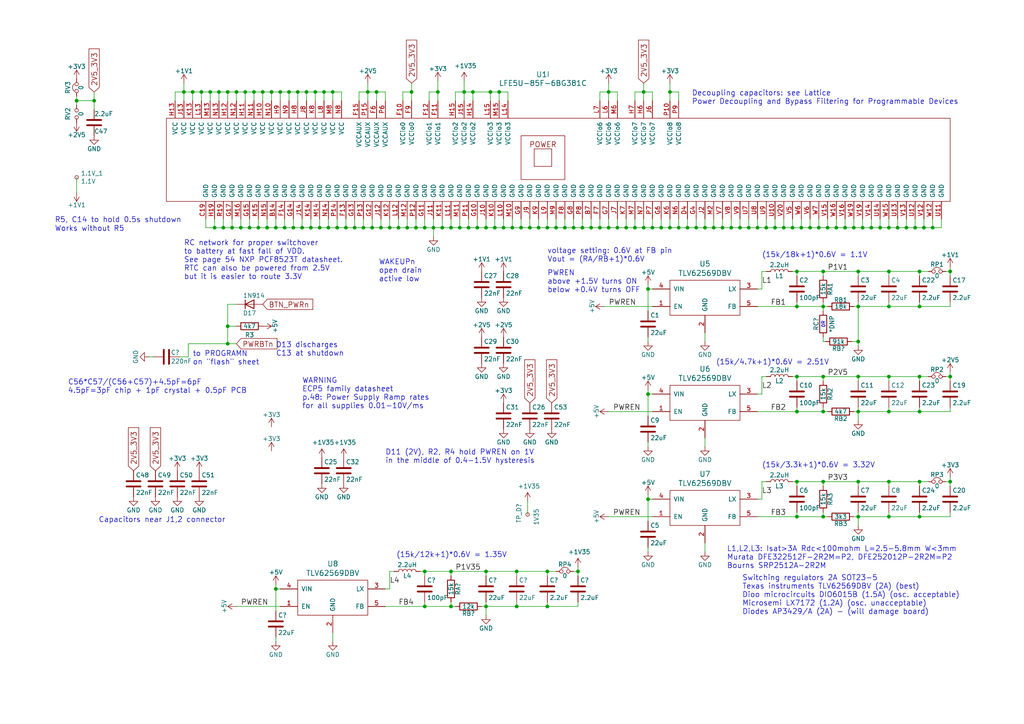
<source format=kicad_sch>
(kicad_sch (version 20231120) (generator "eeschema") (generator_version "8.0")
  (paper "A4")
  (title_block (title "ULX3S") (rev "1.0.8") (company "EMARD") (comment 1 "Power") (comment 2 "License: CERN-OHL-S v2"))
  (junction (at 167.64 165.735))
  (junction (at 106.68 26.67))
  (junction (at 97.79 66.04))
  (junction (at 250.19 66.04))
  (junction (at 146.05 66.04))
  (junction (at 100.33 66.04))
  (junction (at 142.24 26.67))
  (junction (at 158.75 165.735))
  (junction (at 238.76 78.74))
  (junction (at 248.92 78.74))
  (junction (at 187.96 114.3))
  (junction (at 266.7 119.38))
  (junction (at 85.09 66.04))
  (junction (at 60.96 26.67))
  (junction (at 66.04 26.67))
  (junction (at 128.27 66.04))
  (junction (at 187.96 144.78))
  (junction (at 119.38 26.67))
  (junction (at 245.11 66.04))
  (junction (at 130.81 175.895))
  (junction (at 257.81 119.38))
  (junction (at 257.81 109.22))
  (junction (at 266.7 78.74))
  (junction (at 266.7 88.9))
  (junction (at 257.81 78.74))
  (junction (at 232.41 66.04))
  (junction (at 140.97 66.04))
  (junction (at 87.63 66.04))
  (junction (at 158.75 66.04))
  (junction (at 138.43 66.04))
  (junction (at 275.59 109.22))
  (junction (at 53.34 26.67))
  (junction (at 191.77 66.04))
  (junction (at 91.44 26.67))
  (junction (at 231.14 78.74))
  (junction (at 163.83 66.04))
  (junction (at 209.55 66.04))
  (junction (at 63.5 26.67))
  (junction (at 257.81 88.9))
  (junction (at 86.36 26.67))
  (junction (at 240.03 66.04))
  (junction (at 238.76 109.22))
  (junction (at 267.97 66.04))
  (junction (at 231.14 109.22))
  (junction (at 55.88 26.67))
  (junction (at 270.51 66.04))
  (junction (at 171.45 66.04))
  (junction (at 93.98 26.67))
  (junction (at 158.75 175.895))
  (junction (at 237.49 66.04))
  (junction (at 176.53 26.67))
  (junction (at 207.01 66.04))
  (junction (at 199.39 66.04))
  (junction (at 181.61 66.04))
  (junction (at 257.81 66.04))
  (junction (at 130.81 66.04))
  (junction (at 83.82 26.67))
  (junction (at 149.86 175.895))
  (junction (at 148.59 66.04))
  (junction (at 196.85 66.04))
  (junction (at 248.92 88.9))
  (junction (at 247.65 66.04))
  (junction (at 257.81 149.86))
  (junction (at 22.225 29.21))
  (junction (at 156.21 66.04))
  (junction (at 64.77 66.04))
  (junction (at 161.29 66.04))
  (junction (at 77.47 66.04))
  (junction (at 127 26.67))
  (junction (at 80.01 170.815))
  (junction (at 123.19 165.735))
  (junction (at 242.57 66.04))
  (junction (at 113.03 66.04))
  (junction (at 107.95 66.04))
  (junction (at 80.01 66.04))
  (junction (at 219.71 66.04))
  (junction (at 231.14 88.9))
  (junction (at 231.14 119.38))
  (junction (at 125.73 66.04))
  (junction (at 140.97 165.735))
  (junction (at 234.95 66.04))
  (junction (at 130.81 165.735))
  (junction (at 81.28 26.67))
  (junction (at 88.9 26.67))
  (junction (at 238.76 88.9))
  (junction (at 238.76 149.86))
  (junction (at 69.85 66.04))
  (junction (at 67.31 66.04))
  (junction (at 265.43 66.04))
  (junction (at 134.62 26.67))
  (junction (at 179.07 66.04))
  (junction (at 166.37 66.04))
  (junction (at 194.31 26.67))
  (junction (at 187.96 83.82))
  (junction (at 231.14 149.86))
  (junction (at 115.57 66.04))
  (junction (at 173.99 66.04))
  (junction (at 266.7 149.86))
  (junction (at 95.25 66.04))
  (junction (at 66.04 94.615))
  (junction (at 248.92 99.06))
  (junction (at 144.78 26.67))
  (junction (at 189.23 66.04))
  (junction (at 105.41 66.04))
  (junction (at 257.81 139.7))
  (junction (at 275.59 78.74))
  (junction (at 137.16 26.67))
  (junction (at 248.92 139.7))
  (junction (at 76.2 26.67))
  (junction (at 96.52 26.67))
  (junction (at 231.14 139.7))
  (junction (at 133.35 66.04))
  (junction (at 66.04 99.695))
  (junction (at 73.66 26.67))
  (junction (at 90.17 66.04))
  (junction (at 201.93 66.04))
  (junction (at 212.09 66.04))
  (junction (at 260.35 66.04))
  (junction (at 217.17 66.04))
  (junction (at 186.69 66.04))
  (junction (at 102.87 66.04))
  (junction (at 184.15 66.04))
  (junction (at 27.305 29.21))
  (junction (at 248.92 109.22))
  (junction (at 110.49 66.04))
  (junction (at 92.71 66.04))
  (junction (at 151.13 66.04))
  (junction (at 149.86 165.735))
  (junction (at 62.23 66.04))
  (junction (at 248.92 149.86))
  (junction (at 275.59 139.7))
  (junction (at 222.25 66.04))
  (junction (at 238.76 119.38))
  (junction (at 176.53 66.04))
  (junction (at 238.76 139.7))
  (junction (at 143.51 66.04))
  (junction (at 194.31 66.04))
  (junction (at 186.69 26.67))
  (junction (at 120.65 66.04))
  (junction (at 140.97 175.895))
  (junction (at 204.47 66.04))
  (junction (at 266.7 139.7))
  (junction (at 153.67 66.04))
  (junction (at 74.93 66.04))
  (junction (at 168.91 66.04))
  (junction (at 227.33 66.04))
  (junction (at 255.27 66.04))
  (junction (at 266.7 109.22))
  (junction (at 82.55 66.04))
  (junction (at 229.87 66.04))
  (junction (at 109.22 26.67))
  (junction (at 68.58 26.67))
  (junction (at 252.73 66.04))
  (junction (at 214.63 66.04))
  (junction (at 224.79 66.04))
  (junction (at 262.89 66.04))
  (junction (at 118.11 66.04))
  (junction (at 71.12 26.67))
  (junction (at 78.74 26.67))
  (junction (at 72.39 66.04))
  (junction (at 123.19 175.895))
  (junction (at 123.19 66.04))
  (junction (at 248.92 119.38))
  (junction (at 135.89 66.04))
  (junction (at 58.42 26.67))
  (wire (pts (xy 204.47 63.5) (xy 204.47 66.04)))
  (wire (pts (xy 87.63 66.04) (xy 90.17 66.04)))
  (wire (pts (xy 80.01 184.785) (xy 80.01 186.055)))
  (wire (pts (xy 247.015 99.06) (xy 248.92 99.06)))
  (wire (pts (xy 196.85 63.5) (xy 196.85 66.04)))
  (wire (pts (xy 187.96 82.55) (xy 187.96 83.82)))
  (wire (pts (xy 66.04 88.265) (xy 68.58 88.265)))
  (wire (pts (xy 96.52 26.67) (xy 99.06 26.67)))
  (wire (pts (xy 106.68 24.13) (xy 106.68 26.67)))
  (wire (pts (xy 245.11 63.5) (xy 245.11 66.04)))
  (wire (pts (xy 248.92 149.86) (xy 257.81 149.86)))
  (wire (pts (xy 184.15 26.67) (xy 186.69 26.67)))
  (wire (pts (xy 257.81 63.5) (xy 257.81 66.04)))
  (wire (pts (xy 166.37 165.735) (xy 167.64 165.735)))
  (wire (pts (xy 130.81 175.895) (xy 130.81 174.625)))
  (wire (pts (xy 199.39 66.04) (xy 201.93 66.04)))
  (wire (pts (xy 266.7 149.86) (xy 266.7 148.59)))
  (wire (pts (xy 120.65 63.5) (xy 120.65 66.04)))
  (wire (pts (xy 50.8 26.67) (xy 50.8 29.21)))
  (wire (pts (xy 222.25 63.5) (xy 222.25 66.04)))
  (wire (pts (xy 125.73 66.04) (xy 125.73 68.58)))
  (wire (pts (xy 118.11 66.04) (xy 120.65 66.04)))
  (wire (pts (xy 67.31 63.5) (xy 67.31 66.04)))
  (wire (pts (xy 187.96 83.82) (xy 189.23 83.82)))
  (wire (pts (xy 143.51 63.5) (xy 143.51 66.04)))
  (wire (pts (xy 248.92 139.7) (xy 248.92 140.97)))
  (wire (pts (xy 123.19 167.005) (xy 123.19 165.735)))
  (wire (pts (xy 80.01 170.815) (xy 80.01 177.165)))
  (wire (pts (xy 248.92 88.9) (xy 248.92 99.06)))
  (wire (pts (xy 91.44 26.67) (xy 93.98 26.67)))
  (wire (pts (xy 109.22 26.67) (xy 109.22 29.21)))
  (wire (pts (xy 133.35 63.5) (xy 133.35 66.04)))
  (wire (pts (xy 54.61 103.505) (xy 54.61 99.695)))
  (wire (pts (xy 224.79 66.04) (xy 227.33 66.04)))
  (wire (pts (xy 173.99 26.67) (xy 176.53 26.67)))
  (wire (pts (xy 105.41 63.5) (xy 105.41 66.04)))
  (wire (pts (xy 158.75 63.5) (xy 158.75 66.04)))
  (wire (pts (xy 266.7 139.7) (xy 269.24 139.7)))
  (wire (pts (xy 248.92 88.9) (xy 257.81 88.9)))
  (wire (pts (xy 219.71 63.5) (xy 219.71 66.04)))
  (wire (pts (xy 238.76 109.22) (xy 248.92 109.22)))
  (wire (pts (xy 158.75 66.04) (xy 161.29 66.04)))
  (wire (pts (xy 68.58 26.67) (xy 68.58 29.21)))
  (wire (pts (xy 80.01 63.5) (xy 80.01 66.04)))
  (wire (pts (xy 238.76 139.7) (xy 238.76 140.97)))
  (wire (pts (xy 189.23 26.67) (xy 189.23 29.21)))
  (wire (pts (xy 130.81 175.895) (xy 132.08 175.895)))
  (wire (pts (xy 133.35 66.04) (xy 135.89 66.04)))
  (wire (pts (xy 171.45 63.5) (xy 171.45 66.04)))
  (wire (pts (xy 134.62 26.67) (xy 137.16 26.67)))
  (wire (pts (xy 231.14 139.7) (xy 238.76 139.7)))
  (wire (pts (xy 135.89 63.5) (xy 135.89 66.04)))
  (wire (pts (xy 184.15 66.04) (xy 186.69 66.04)))
  (wire (pts (xy 78.74 26.67) (xy 81.28 26.67)))
  (wire (pts (xy 88.9 26.67) (xy 91.44 26.67)))
  (wire (pts (xy 265.43 63.5) (xy 265.43 66.04)))
  (wire (pts (xy 127 26.67) (xy 127 23.495)))
  (wire (pts (xy 66.04 94.615) (xy 66.04 99.695)))
  (wire (pts (xy 189.23 88.9) (xy 175.26 88.9)))
  (wire (pts (xy 187.96 143.51) (xy 187.96 144.78)))
  (wire (pts (xy 238.76 78.74) (xy 248.92 78.74)))
  (wire (pts (xy 82.55 63.5) (xy 82.55 66.04)))
  (wire (pts (xy 186.69 26.67) (xy 186.69 29.21)))
  (wire (pts (xy 140.97 175.895) (xy 149.86 175.895)))
  (wire (pts (xy 50.8 26.67) (xy 53.34 26.67)))
  (wire (pts (xy 247.65 88.9) (xy 248.92 88.9)))
  (wire (pts (xy 267.97 66.04) (xy 270.51 66.04)))
  (wire (pts (xy 144.78 26.67) (xy 144.78 29.21)))
  (wire (pts (xy 71.12 26.67) (xy 73.66 26.67)))
  (wire (pts (xy 140.97 165.735) (xy 140.97 167.005)))
  (wire (pts (xy 123.19 165.735) (xy 130.81 165.735)))
  (wire (pts (xy 201.93 66.04) (xy 204.47 66.04)))
  (wire (pts (xy 275.59 138.43) (xy 275.59 139.7)))
  (wire (pts (xy 217.17 63.5) (xy 217.17 66.04)))
  (wire (pts (xy 144.78 26.67) (xy 147.32 26.67)))
  (wire (pts (xy 191.77 66.04) (xy 194.31 66.04)))
  (wire (pts (xy 257.81 66.04) (xy 260.35 66.04)))
  (wire (pts (xy 257.81 88.9) (xy 266.7 88.9)))
  (wire (pts (xy 138.43 63.5) (xy 138.43 66.04)))
  (wire (pts (xy 64.77 66.04) (xy 67.31 66.04)))
  (wire (pts (xy 266.7 78.74) (xy 269.24 78.74)))
  (wire (pts (xy 106.68 26.67) (xy 106.68 29.21)))
  (wire (pts (xy 220.98 109.22) (xy 222.25 109.22)))
  (wire (pts (xy 73.66 26.67) (xy 73.66 29.21)))
  (wire (pts (xy 116.84 26.67) (xy 116.84 29.21)))
  (wire (pts (xy 248.92 78.74) (xy 248.92 80.01)))
  (wire (pts (xy 78.74 26.67) (xy 78.74 29.21)))
  (wire (pts (xy 27.305 26.67) (xy 27.305 29.21)))
  (wire (pts (xy 135.89 66.04) (xy 138.43 66.04)))
  (wire (pts (xy 63.5 26.67) (xy 63.5 29.21)))
  (wire (pts (xy 176.53 24.13) (xy 176.53 26.67)))
  (wire (pts (xy 238.76 97.79) (xy 238.76 99.06)))
  (wire (pts (xy 158.75 175.895) (xy 158.75 174.625)))
  (wire (pts (xy 109.22 26.67) (xy 111.76 26.67)))
  (wire (pts (xy 153.67 66.04) (xy 156.21 66.04)))
  (wire (pts (xy 100.33 63.5) (xy 100.33 66.04)))
  (wire (pts (xy 115.57 63.5) (xy 115.57 66.04)))
  (wire (pts (xy 146.05 63.5) (xy 146.05 66.04)))
  (wire (pts (xy 231.14 119.38) (xy 238.76 119.38)))
  (wire (pts (xy 88.9 26.67) (xy 88.9 29.21)))
  (wire (pts (xy 62.23 66.04) (xy 64.77 66.04)))
  (wire (pts (xy 242.57 66.04) (xy 245.11 66.04)))
  (wire (pts (xy 262.89 63.5) (xy 262.89 66.04)))
  (wire (pts (xy 181.61 66.04) (xy 184.15 66.04)))
  (wire (pts (xy 247.65 119.38) (xy 248.92 119.38)))
  (wire (pts (xy 72.39 66.04) (xy 74.93 66.04)))
  (wire (pts (xy 173.99 66.04) (xy 176.53 66.04)))
  (wire (pts (xy 194.31 63.5) (xy 194.31 66.04)))
  (wire (pts (xy 85.09 66.04) (xy 87.63 66.04)))
  (wire (pts (xy 107.95 66.04) (xy 110.49 66.04)))
  (wire (pts (xy 71.12 26.67) (xy 71.12 29.21)))
  (wire (pts (xy 95.25 63.5) (xy 95.25 66.04)))
  (wire (pts (xy 91.44 26.67) (xy 91.44 29.21)))
  (wire (pts (xy 171.45 66.04) (xy 173.99 66.04)))
  (wire (pts (xy 81.28 175.895) (xy 68.58 175.895)))
  (wire (pts (xy 266.7 139.7) (xy 266.7 140.97)))
  (wire (pts (xy 110.49 66.04) (xy 113.03 66.04)))
  (wire (pts (xy 248.92 109.22) (xy 248.92 110.49)))
  (wire (pts (xy 248.92 118.11) (xy 248.92 119.38)))
  (wire (pts (xy 189.23 119.38) (xy 176.53 119.38)))
  (wire (pts (xy 123.19 63.5) (xy 123.19 66.04)))
  (wire (pts (xy 123.19 175.895) (xy 130.81 175.895)))
  (wire (pts (xy 102.87 66.04) (xy 105.41 66.04)))
  (wire (pts (xy 204.47 127) (xy 204.47 129.54)))
  (wire (pts (xy 134.62 26.67) (xy 134.62 29.21)))
  (wire (pts (xy 248.92 100.33) (xy 248.92 99.06)))
  (wire (pts (xy 97.79 63.5) (xy 97.79 66.04)))
  (wire (pts (xy 22.225 29.21) (xy 22.225 30.48)))
  (wire (pts (xy 179.07 26.67) (xy 179.07 29.21)))
  (wire (pts (xy 266.7 149.86) (xy 275.59 149.86)))
  (wire (pts (xy 186.69 24.13) (xy 186.69 26.67)))
  (wire (pts (xy 220.98 114.3) (xy 219.71 114.3)))
  (wire (pts (xy 275.59 109.22) (xy 275.59 110.49)))
  (wire (pts (xy 113.03 165.735) (xy 113.03 170.815)))
  (wire (pts (xy 167.64 164.465) (xy 167.64 165.735)))
  (wire (pts (xy 166.37 63.5) (xy 166.37 66.04)))
  (wire (pts (xy 105.41 66.04) (xy 107.95 66.04)))
  (wire (pts (xy 260.35 63.5) (xy 260.35 66.04)))
  (wire (pts (xy 274.32 78.74) (xy 275.59 78.74)))
  (wire (pts (xy 119.38 26.67) (xy 119.38 29.21)))
  (wire (pts (xy 125.73 63.5) (xy 125.73 66.04)))
  (wire (pts (xy 119.38 24.13) (xy 119.38 26.67)))
  (wire (pts (xy 238.76 149.86) (xy 238.76 148.59)))
  (wire (pts (xy 266.7 78.74) (xy 266.7 80.01)))
  (wire (pts (xy 238.76 90.17) (xy 238.76 88.9)))
  (wire (pts (xy 238.76 119.38) (xy 238.76 118.11)))
  (wire (pts (xy 143.51 66.04) (xy 146.05 66.04)))
  (wire (pts (xy 111.76 26.67) (xy 111.76 29.21)))
  (wire (pts (xy 247.65 149.86) (xy 248.92 149.86)))
  (wire (pts (xy 158.75 175.895) (xy 167.64 175.895)))
  (wire (pts (xy 77.47 66.04) (xy 80.01 66.04)))
  (wire (pts (xy 123.19 66.04) (xy 125.73 66.04)))
  (wire (pts (xy 238.76 88.9) (xy 238.76 87.63)))
  (wire (pts (xy 262.89 66.04) (xy 265.43 66.04)))
  (wire (pts (xy 22.225 51.435) (xy 22.225 55.88)))
  (wire (pts (xy 83.82 26.67) (xy 83.82 29.21)))
  (wire (pts (xy 93.98 26.67) (xy 96.52 26.67)))
  (wire (pts (xy 80.01 170.815) (xy 81.28 170.815)))
  (wire (pts (xy 196.85 66.04) (xy 199.39 66.04)))
  (wire (pts (xy 275.59 149.86) (xy 275.59 148.59)))
  (wire (pts (xy 219.71 119.38) (xy 231.14 119.38)))
  (wire (pts (xy 58.42 26.67) (xy 60.96 26.67)))
  (wire (pts (xy 275.59 119.38) (xy 275.59 118.11)))
  (wire (pts (xy 231.14 148.59) (xy 231.14 149.86)))
  (wire (pts (xy 270.51 66.04) (xy 273.05 66.04)))
  (wire (pts (xy 238.76 88.9) (xy 240.03 88.9)))
  (wire (pts (xy 53.34 26.67) (xy 53.34 29.21)))
  (wire (pts (xy 229.87 63.5) (xy 229.87 66.04)))
  (wire (pts (xy 194.31 26.67) (xy 196.85 26.67)))
  (wire (pts (xy 187.96 113.03) (xy 187.96 114.3)))
  (wire (pts (xy 270.51 63.5) (xy 270.51 66.04)))
  (wire (pts (xy 120.65 66.04) (xy 123.19 66.04)))
  (wire (pts (xy 76.2 26.67) (xy 76.2 29.21)))
  (wire (pts (xy 248.92 148.59) (xy 248.92 149.86)))
  (wire (pts (xy 113.03 66.04) (xy 115.57 66.04)))
  (wire (pts (xy 194.31 24.13) (xy 194.31 26.67)))
  (wire (pts (xy 149.86 175.895) (xy 158.75 175.895)))
  (wire (pts (xy 238.76 78.74) (xy 238.76 80.01)))
  (wire (pts (xy 250.19 66.04) (xy 252.73 66.04)))
  (wire (pts (xy 231.14 88.9) (xy 238.76 88.9)))
  (wire (pts (xy 187.96 97.79) (xy 187.96 99.06)))
  (wire (pts (xy 95.25 66.04) (xy 97.79 66.04)))
  (wire (pts (xy 173.99 63.5) (xy 173.99 66.04)))
  (wire (pts (xy 149.86 165.735) (xy 158.75 165.735)))
  (wire (pts (xy 161.29 66.04) (xy 163.83 66.04)))
  (wire (pts (xy 229.87 66.04) (xy 232.41 66.04)))
  (wire (pts (xy 238.76 99.06) (xy 239.395 99.06)))
  (wire (pts (xy 124.46 26.67) (xy 127 26.67)))
  (wire (pts (xy 248.92 139.7) (xy 257.81 139.7)))
  (wire (pts (xy 231.14 149.86) (xy 238.76 149.86)))
  (wire (pts (xy 106.68 26.67) (xy 109.22 26.67)))
  (wire (pts (xy 204.47 157.48) (xy 204.47 160.02)))
  (wire (pts (xy 113.03 63.5) (xy 113.03 66.04)))
  (wire (pts (xy 137.16 26.67) (xy 137.16 29.21)))
  (wire (pts (xy 60.96 26.67) (xy 63.5 26.67)))
  (wire (pts (xy 252.73 63.5) (xy 252.73 66.04)))
  (wire (pts (xy 115.57 66.04) (xy 118.11 66.04)))
  (wire (pts (xy 97.79 66.04) (xy 100.33 66.04)))
  (wire (pts (xy 196.85 26.67) (xy 196.85 29.21)))
  (wire (pts (xy 220.98 139.7) (xy 220.98 144.78)))
  (wire (pts (xy 275.59 77.47) (xy 275.59 78.74)))
  (wire (pts (xy 275.59 78.74) (xy 275.59 80.01)))
  (wire (pts (xy 229.87 78.74) (xy 231.14 78.74)))
  (wire (pts (xy 181.61 63.5) (xy 181.61 66.04)))
  (wire (pts (xy 140.97 66.04) (xy 143.51 66.04)))
  (wire (pts (xy 257.81 149.86) (xy 257.81 148.59)))
  (wire (pts (xy 257.81 109.22) (xy 257.81 110.49)))
  (wire (pts (xy 128.27 66.04) (xy 130.81 66.04)))
  (wire (pts (xy 93.98 26.67) (xy 93.98 29.21)))
  (wire (pts (xy 255.27 66.04) (xy 257.81 66.04)))
  (wire (pts (xy 266.7 109.22) (xy 266.7 110.49)))
  (wire (pts (xy 60.96 26.67) (xy 60.96 29.21)))
  (wire (pts (xy 187.96 128.27) (xy 187.96 129.54)))
  (wire (pts (xy 186.69 26.67) (xy 189.23 26.67)))
  (wire (pts (xy 130.81 66.04) (xy 133.35 66.04)))
  (wire (pts (xy 92.71 66.04) (xy 95.25 66.04)))
  (wire (pts (xy 63.5 26.67) (xy 66.04 26.67)))
  (wire (pts (xy 68.58 26.67) (xy 71.12 26.67)))
  (wire (pts (xy 231.14 78.74) (xy 238.76 78.74)))
  (wire (pts (xy 248.92 119.38) (xy 248.92 121.92)))
  (wire (pts (xy 186.69 66.04) (xy 189.23 66.04)))
  (wire (pts (xy 234.95 66.04) (xy 237.49 66.04)))
  (wire (pts (xy 116.84 26.67) (xy 119.38 26.67)))
  (wire (pts (xy 257.81 119.38) (xy 257.81 118.11)))
  (wire (pts (xy 176.53 63.5) (xy 176.53 66.04)))
  (wire (pts (xy 149.86 175.895) (xy 149.86 174.625)))
  (wire (pts (xy 163.83 66.04) (xy 166.37 66.04)))
  (wire (pts (xy 140.97 63.5) (xy 140.97 66.04)))
  (wire (pts (xy 168.91 66.04) (xy 171.45 66.04)))
  (wire (pts (xy 267.97 63.5) (xy 267.97 66.04)))
  (wire (pts (xy 238.76 139.7) (xy 248.92 139.7)))
  (wire (pts (xy 121.92 165.735) (xy 123.19 165.735)))
  (wire (pts (xy 130.81 165.735) (xy 130.81 167.005)))
  (wire (pts (xy 22.225 29.21) (xy 27.305 29.21)))
  (wire (pts (xy 257.81 78.74) (xy 266.7 78.74)))
  (wire (pts (xy 187.96 114.3) (xy 189.23 114.3)))
  (wire (pts (xy 275.59 107.95) (xy 275.59 109.22)))
  (wire (pts (xy 53.34 26.67) (xy 55.88 26.67)))
  (wire (pts (xy 176.53 66.04) (xy 179.07 66.04)))
  (wire (pts (xy 260.35 66.04) (xy 262.89 66.04)))
  (wire (pts (xy 99.06 26.67) (xy 99.06 29.21)))
  (wire (pts (xy 247.65 63.5) (xy 247.65 66.04)))
  (wire (pts (xy 167.64 165.735) (xy 167.64 167.005)))
  (wire (pts (xy 257.81 139.7) (xy 266.7 139.7)))
  (wire (pts (xy 100.33 66.04) (xy 102.87 66.04)))
  (wire (pts (xy 142.24 26.67) (xy 142.24 29.21)))
  (wire (pts (xy 273.05 66.04) (xy 273.05 63.5)))
  (wire (pts (xy 194.31 66.04) (xy 196.85 66.04)))
  (wire (pts (xy 139.7 175.895) (xy 140.97 175.895)))
  (wire (pts (xy 187.96 144.78) (xy 187.96 151.13)))
  (wire (pts (xy 142.24 26.67) (xy 144.78 26.67)))
  (wire (pts (xy 232.41 63.5) (xy 232.41 66.04)))
  (wire (pts (xy 158.75 165.735) (xy 158.75 167.005)))
  (wire (pts (xy 252.73 66.04) (xy 255.27 66.04)))
  (wire (pts (xy 27.305 29.21) (xy 27.305 31.75)))
  (wire (pts (xy 80.01 66.04) (xy 82.55 66.04)))
  (wire (pts (xy 59.69 63.5) (xy 59.69 66.04)))
  (wire (pts (xy 130.81 63.5) (xy 130.81 66.04)))
  (wire (pts (xy 86.36 26.67) (xy 88.9 26.67)))
  (wire (pts (xy 74.93 66.04) (xy 77.47 66.04)))
  (wire (pts (xy 77.47 63.5) (xy 77.47 66.04)))
  (wire (pts (xy 127 26.67) (xy 127 29.21)))
  (wire (pts (xy 173.99 26.67) (xy 173.99 29.21)))
  (wire (pts (xy 168.91 63.5) (xy 168.91 66.04)))
  (wire (pts (xy 204.47 96.52) (xy 204.47 99.06)))
  (wire (pts (xy 255.27 63.5) (xy 255.27 66.04)))
  (wire (pts (xy 140.97 165.735) (xy 149.86 165.735)))
  (wire (pts (xy 234.95 63.5) (xy 234.95 66.04)))
  (wire (pts (xy 229.87 139.7) (xy 231.14 139.7)))
  (wire (pts (xy 124.46 26.67) (xy 124.46 29.21)))
  (wire (pts (xy 265.43 66.04) (xy 267.97 66.04)))
  (wire (pts (xy 248.92 78.74) (xy 257.81 78.74)))
  (wire (pts (xy 257.81 149.86) (xy 266.7 149.86)))
  (wire (pts (xy 219.71 66.04) (xy 222.25 66.04)))
  (wire (pts (xy 92.71 63.5) (xy 92.71 66.04)))
  (wire (pts (xy 266.7 119.38) (xy 275.59 119.38)))
  (wire (pts (xy 257.81 119.38) (xy 266.7 119.38)))
  (wire (pts (xy 128.27 63.5) (xy 128.27 66.04)))
  (wire (pts (xy 189.23 63.5) (xy 189.23 66.04)))
  (wire (pts (xy 222.25 66.04) (xy 224.79 66.04)))
  (wire (pts (xy 189.23 66.04) (xy 191.77 66.04)))
  (wire (pts (xy 90.17 63.5) (xy 90.17 66.04)))
  (wire (pts (xy 96.52 26.67) (xy 96.52 29.21)))
  (wire (pts (xy 66.04 94.615) (xy 68.58 94.615)))
  (wire (pts (xy 151.13 63.5) (xy 151.13 66.04)))
  (wire (pts (xy 153.67 63.5) (xy 153.67 66.04)))
  (wire (pts (xy 110.49 63.5) (xy 110.49 66.04)))
  (wire (pts (xy 81.28 26.67) (xy 81.28 29.21)))
  (wire (pts (xy 22.225 29.21) (xy 22.225 27.94)))
  (wire (pts (xy 257.81 88.9) (xy 257.81 87.63)))
  (wire (pts (xy 148.59 63.5) (xy 148.59 66.04)))
  (wire (pts (xy 207.01 66.04) (xy 209.55 66.04)))
  (wire (pts (xy 52.07 103.505) (xy 54.61 103.505)))
  (wire (pts (xy 137.16 26.67) (xy 142.24 26.67)))
  (wire (pts (xy 130.81 165.735) (xy 140.97 165.735)))
  (wire (pts (xy 132.08 26.67) (xy 134.62 26.67)))
  (wire (pts (xy 248.92 119.38) (xy 257.81 119.38)))
  (wire (pts (xy 187.96 158.75) (xy 187.96 160.02)))
  (wire (pts (xy 76.2 26.67) (xy 78.74 26.67)))
  (wire (pts (xy 102.87 63.5) (xy 102.87 66.04)))
  (wire (pts (xy 187.96 114.3) (xy 187.96 120.65)))
  (wire (pts (xy 227.33 63.5) (xy 227.33 66.04)))
  (wire (pts (xy 187.96 83.82) (xy 187.96 90.17)))
  (wire (pts (xy 266.7 109.22) (xy 269.24 109.22)))
  (wire (pts (xy 111.76 175.895) (xy 123.19 175.895)))
  (wire (pts (xy 73.66 26.67) (xy 76.2 26.67)))
  (wire (pts (xy 220.98 78.74) (xy 222.25 78.74)))
  (wire (pts (xy 179.07 63.5) (xy 179.07 66.04)))
  (wire (pts (xy 237.49 66.04) (xy 240.03 66.04)))
  (wire (pts (xy 248.92 109.22) (xy 257.81 109.22)))
  (wire (pts (xy 66.04 99.695) (xy 54.61 99.695)))
  (wire (pts (xy 123.19 174.625) (xy 123.19 175.895)))
  (wire (pts (xy 257.81 109.22) (xy 266.7 109.22)))
  (wire (pts (xy 83.82 26.67) (xy 86.36 26.67)))
  (wire (pts (xy 55.88 26.67) (xy 55.88 29.21)))
  (wire (pts (xy 214.63 66.04) (xy 217.17 66.04)))
  (wire (pts (xy 189.23 149.86) (xy 176.53 149.86)))
  (wire (pts (xy 209.55 63.5) (xy 209.55 66.04)))
  (wire (pts (xy 80.01 169.545) (xy 80.01 170.815)))
  (wire (pts (xy 107.95 63.5) (xy 107.95 66.04)))
  (wire (pts (xy 194.31 26.67) (xy 194.31 29.21)))
  (wire (pts (xy 207.01 63.5) (xy 207.01 66.04)))
  (wire (pts (xy 58.42 26.67) (xy 58.42 29.21)))
  (wire (pts (xy 187.96 144.78) (xy 189.23 144.78)))
  (wire (pts (xy 66.04 88.265) (xy 66.04 94.615)))
  (wire (pts (xy 113.03 170.815) (xy 111.76 170.815)))
  (wire (pts (xy 220.98 144.78) (xy 219.71 144.78)))
  (wire (pts (xy 231.14 87.63) (xy 231.14 88.9)))
  (wire (pts (xy 81.28 26.67) (xy 83.82 26.67)))
  (wire (pts (xy 96.52 183.515) (xy 96.52 186.055)))
  (wire (pts (xy 156.21 66.04) (xy 158.75 66.04)))
  (wire (pts (xy 90.17 66.04) (xy 92.71 66.04)))
  (wire (pts (xy 214.63 63.5) (xy 214.63 66.04)))
  (wire (pts (xy 140.97 174.625) (xy 140.97 175.895)))
  (wire (pts (xy 220.98 139.7) (xy 222.25 139.7)))
  (wire (pts (xy 148.59 66.04) (xy 151.13 66.04)))
  (wire (pts (xy 247.65 66.04) (xy 250.19 66.04)))
  (wire (pts (xy 199.39 63.5) (xy 199.39 66.04)))
  (wire (pts (xy 231.14 110.49) (xy 231.14 109.22)))
  (wire (pts (xy 275.59 139.7) (xy 275.59 140.97)))
  (wire (pts (xy 220.98 83.82) (xy 219.71 83.82)))
  (wire (pts (xy 64.77 63.5) (xy 64.77 66.04)))
  (wire (pts (xy 167.64 175.895) (xy 167.64 174.625)))
  (wire (pts (xy 245.11 66.04) (xy 247.65 66.04)))
  (wire (pts (xy 186.69 63.5) (xy 186.69 66.04)))
  (wire (pts (xy 266.7 88.9) (xy 266.7 87.63)))
  (wire (pts (xy 191.77 63.5) (xy 191.77 66.04)))
  (wire (pts (xy 62.23 63.5) (xy 62.23 66.04)))
  (wire (pts (xy 266.7 88.9) (xy 275.59 88.9)))
  (wire (pts (xy 231.14 109.22) (xy 238.76 109.22)))
  (wire (pts (xy 240.03 66.04) (xy 242.57 66.04)))
  (wire (pts (xy 86.36 26.67) (xy 86.36 29.21)))
  (wire (pts (xy 43.18 103.505) (xy 44.45 103.505)))
  (wire (pts (xy 149.86 165.735) (xy 149.86 167.005)))
  (wire (pts (xy 132.08 26.67) (xy 132.08 29.21)))
  (wire (pts (xy 238.76 119.38) (xy 240.03 119.38)))
  (wire (pts (xy 248.92 87.63) (xy 248.92 88.9)))
  (wire (pts (xy 158.75 165.735) (xy 161.29 165.735)))
  (wire (pts (xy 125.73 66.04) (xy 128.27 66.04)))
  (wire (pts (xy 212.09 66.04) (xy 214.63 66.04)))
  (wire (pts (xy 176.53 26.67) (xy 179.07 26.67)))
  (wire (pts (xy 231.14 140.97) (xy 231.14 139.7)))
  (wire (pts (xy 166.37 66.04) (xy 168.91 66.04)))
  (wire (pts (xy 161.29 63.5) (xy 161.29 66.04)))
  (wire (pts (xy 231.14 118.11) (xy 231.14 119.38)))
  (wire (pts (xy 242.57 63.5) (xy 242.57 66.04)))
  (wire (pts (xy 138.43 66.04) (xy 140.97 66.04)))
  (wire (pts (xy 69.85 63.5) (xy 69.85 66.04)))
  (wire (pts (xy 87.63 63.5) (xy 87.63 66.04)))
  (wire (pts (xy 220.98 78.74) (xy 220.98 83.82)))
  (wire (pts (xy 238.76 109.22) (xy 238.76 110.49)))
  (wire (pts (xy 219.71 88.9) (xy 231.14 88.9)))
  (wire (pts (xy 118.11 63.5) (xy 118.11 66.04)))
  (wire (pts (xy 220.98 109.22) (xy 220.98 114.3)))
  (wire (pts (xy 227.33 66.04) (xy 229.87 66.04)))
  (wire (pts (xy 219.71 149.86) (xy 231.14 149.86)))
  (wire (pts (xy 217.17 66.04) (xy 219.71 66.04)))
  (wire (pts (xy 69.85 66.04) (xy 72.39 66.04)))
  (wire (pts (xy 232.41 66.04) (xy 234.95 66.04)))
  (wire (pts (xy 104.14 26.67) (xy 106.68 26.67)))
  (wire (pts (xy 229.87 109.22) (xy 231.14 109.22)))
  (wire (pts (xy 66.04 26.67) (xy 68.58 26.67)))
  (wire (pts (xy 176.53 26.67) (xy 176.53 29.21)))
  (wire (pts (xy 59.69 66.04) (xy 62.23 66.04)))
  (wire (pts (xy 266.7 119.38) (xy 266.7 118.11)))
  (wire (pts (xy 156.21 63.5) (xy 156.21 66.04)))
  (wire (pts (xy 179.07 66.04) (xy 181.61 66.04)))
  (wire (pts (xy 85.09 63.5) (xy 85.09 66.04)))
  (wire (pts (xy 66.04 99.695) (xy 68.58 99.695)))
  (wire (pts (xy 209.55 66.04) (xy 212.09 66.04)))
  (wire (pts (xy 146.05 66.04) (xy 148.59 66.04)))
  (wire (pts (xy 104.14 29.21) (xy 104.14 26.67)))
  (wire (pts (xy 274.32 139.7) (xy 275.59 139.7)))
  (wire (pts (xy 240.03 63.5) (xy 240.03 66.04)))
  (wire (pts (xy 53.34 24.13) (xy 53.34 26.67)))
  (wire (pts (xy 113.03 165.735) (xy 114.3 165.735)))
  (wire (pts (xy 184.15 63.5) (xy 184.15 66.04)))
  (wire (pts (xy 74.93 63.5) (xy 74.93 66.04)))
  (wire (pts (xy 134.62 23.495) (xy 134.62 26.67)))
  (wire (pts (xy 82.55 66.04) (xy 85.09 66.04)))
  (wire (pts (xy 250.19 63.5) (xy 250.19 66.04)))
  (wire (pts (xy 257.81 78.74) (xy 257.81 80.01)))
  (wire (pts (xy 184.15 26.67) (xy 184.15 29.21)))
  (wire (pts (xy 153.035 149.225) (xy 153.035 145.415)))
  (wire (pts (xy 248.92 149.86) (xy 248.92 152.4)))
  (wire (pts (xy 231.14 80.01) (xy 231.14 78.74)))
  (wire (pts (xy 66.04 26.67) (xy 66.04 29.21)))
  (wire (pts (xy 237.49 63.5) (xy 237.49 66.04)))
  (wire (pts (xy 212.09 63.5) (xy 212.09 66.04)))
  (wire (pts (xy 163.83 63.5) (xy 163.83 66.04)))
  (wire (pts (xy 238.76 149.86) (xy 240.03 149.86)))
  (wire (pts (xy 67.31 66.04) (xy 69.85 66.04)))
  (wire (pts (xy 140.97 175.895) (xy 140.97 178.435)))
  (wire (pts (xy 151.13 66.04) (xy 153.67 66.04)))
  (wire (pts (xy 55.88 26.67) (xy 58.42 26.67)))
  (wire (pts (xy 257.81 139.7) (xy 257.81 140.97)))
  (wire (pts (xy 275.59 88.9) (xy 275.59 87.63)))
  (wire (pts (xy 204.47 66.04) (xy 207.01 66.04)))
  (wire (pts (xy 224.79 63.5) (xy 224.79 66.04)))
  (wire (pts (xy 147.32 26.67) (xy 147.32 29.21)))
  (wire (pts (xy 274.32 109.22) (xy 275.59 109.22)))
  (wire (pts (xy 72.39 63.5) (xy 72.39 66.04)))
  (wire (pts (xy 201.93 63.5) (xy 201.93 66.04)))
  (text "0R" (at 239.395 95.25 90) (effects (font (size 0.9906 0.9906)) (justify left bottom)))
  (text "WAKEUPn\nopen drain \nactive low" (at 109.855 81.915 0) (effects (font (size 1.524 1.524)) (justify left bottom)))
  (text "(15k/4.7k+1)*0.6V = 2.51V\n" (at 207.645 106.045 0) (effects (font (size 1.524 1.524)) (justify left bottom)))
  (text "L1,L2,L3: Isat>3A Rdc<100mohm L=2.5-5.8mm W<3mm\nMurata DFE322512F-2R2M=P2, DFE252012P-2R2M=P2\nBourns SRP2512A-2R2M" (at 210.82 165.1 0) (effects (font (size 1.524 1.524)) (justify left bottom)))
  (text "C56*C57/(C56+C57)+4.5pF=6pF\n4.5pF=3pF chip + 1pF crystal + 0.5pF PCB" (at 19.685 114.3 0) (effects (font (size 1.524 1.524)) (justify left bottom)))
  (text "(15k/18k+1)*0.6V = 1.1V\n" (at 220.98 74.93 0) (effects (font (size 1.524 1.524)) (justify left bottom)))
  (text "R5, C14 to hold 0.5s shutdown" (at 15.875 64.77 0) (effects (font (size 1.524 1.524)) (justify left bottom)))
  (text "PWREN\nabove +1.5V turns ON\nbelow +0.4V turns OFF" (at 158.75 85.09 0) (effects (font (size 1.524 1.524)) (justify left bottom)))
  (text "Capacitors near J1,2 connector" (at 28.575 151.765 0) (effects (font (size 1.524 1.524)) (justify left bottom)))
  (text "D13 discharges\nC13 at shutdown" (at 80.01 103.505 0) (effects (font (size 1.524 1.524)) (justify left bottom)))
  (text "voltage setting: 0.6V at FB pin\nVout = (RA/RB+1)*0.6V\n" (at 158.75 76.2 0) (effects (font (size 1.524 1.524)) (justify left bottom)))
  (text "D11 (2V), R2, R4 hold PWREN on 1V\nin the middle of 0.4-1.5V hysteresis" (at 111.76 134.62 0) (effects (font (size 1.524 1.524)) (justify left bottom)))
  (text "WARNING\nECP5 family datasheet\np.48: Power Supply Ramp rates\nfor all supplies 0.01-10V/ms\n" (at 87.63 118.745 0) (effects (font (size 1.524 1.524)) (justify left bottom)))
  (text "Works without R5" (at 15.875 67.31 0) (effects (font (size 1.524 1.524)) (justify left bottom)))
  (text "(15k/12k+1)*0.6V = 1.35V\n" (at 114.935 161.925 0) (effects (font (size 1.524 1.524)) (justify left bottom)))
  (text "Switching regulators 2A SOT23-5\nTexas instruments TLV62569DBV (2A) (best)\nDioo microcircuits DIO6015B (1.5A) (osc. acceptable)\nMicrosemi LX7172 (1.2A) (osc. unacceptable)\nDiodes AP3429/A (2A) - (will damage board)\n" (at 215.265 178.435 0) (effects (font (size 1.524 1.524)) (justify left bottom)))
  (text "(15k/3.3k+1)*0.6V = 3.32V\n" (at 220.98 135.89 0) (effects (font (size 1.524 1.524)) (justify left bottom)))
  (text "RC network for proper switchover\nto battery at fast fall of VDD.\nSee page 54 NXP PCF8523T datasheet.\nRTC can also be powered from 2.5V\nbut it is easier to route 3.3V" (at 53.34 81.28 0) (effects (font (size 1.524 1.524)) (justify left bottom)))
  (text "to PROGRAMN\non \"flash\" sheet" (at 55.88 106.045 0) (effects (font (size 1.524 1.524)) (justify left bottom)))
  (text "Decoupling capacitors: see Lattice\nPower Decoupling and Bypass Filtering for Programmable Devices" (at 200.66 30.48 0) (effects (font (size 1.524 1.524)) (justify left bottom)))
  (label "L3" (at 220.98 143.51 0) (effects (font (size 1.524 1.524))))
  (label "FB2" (at 223.52 119.38 0) (effects (font (size 1.524 1.524))))
  (label "P2V5" (at 240.03 109.22 0) (effects (font (size 1.524 1.524))))
  (label "PWREN" (at 177.8 119.38 0) (effects (font (size 1.524 1.524))))
  (label "PWREN" (at 177.8 149.86 0) (effects (font (size 1.524 1.524))))
  (label "P1V35" (at 132.08 165.735 0) (effects (font (size 1.524 1.524))))
  (label "FB1" (at 223.52 88.9 0) (effects (font (size 1.524 1.524))))
  (label "L4" (at 113.03 169.545 0) (effects (font (size 1.524 1.524))))
  (label "FB4" (at 115.57 175.895 0) (effects (font (size 1.524 1.524))))
  (label "L1" (at 220.98 82.55 0) (effects (font (size 1.524 1.524))))
  (label "P1V1" (at 240.03 78.74 0) (effects (font (size 1.524 1.524))))
  (label "P3V3" (at 240.03 139.7 0) (effects (font (size 1.524 1.524))))
  (label "PWREN" (at 176.53 88.9 0) (effects (font (size 1.524 1.524))))
  (label "L2" (at 220.98 113.03 0) (effects (font (size 1.524 1.524))))
  (label "PWREN" (at 69.85 175.895 0) (effects (font (size 1.524 1.524))))
  (label "FB3" (at 223.52 149.86 0) (effects (font (size 1.524 1.524))))
  (global_label "2V5_3V3" (shape input) (at 160.02 116.84 90) (effects (font (size 1.524 1.524))) (property "Intersheetrefs" "${INTERSHEET_REFS}" (effects (hide yes))))
  (global_label "2V5_3V3" (shape input) (at 27.305 26.67 90) (effects (font (size 1.524 1.524))) (property "Intersheetrefs" "${INTERSHEET_REFS}" (effects (hide yes))))
  (global_label "2V5_3V3" (shape input) (at 186.69 24.13 90) (effects (font (size 1.524 1.524))) (property "Intersheetrefs" "${INTERSHEET_REFS}" (effects (hide yes))))
  (global_label "PWRBTn" (shape input) (at 68.58 99.695 0) (effects (font (size 1.524 1.524))) (property "Intersheetrefs" "${INTERSHEET_REFS}" (effects (hide yes))))
  (global_label "2V5_3V3" (shape input) (at 153.67 116.84 90) (effects (font (size 1.524 1.524))) (property "Intersheetrefs" "${INTERSHEET_REFS}" (effects (hide yes))))
  (global_label "BTN_PWRn" (shape input) (at 76.2 88.265 0) (effects (font (size 1.524 1.524))) (property "Intersheetrefs" "${INTERSHEET_REFS}" (effects (hide yes))))
  (global_label "2V5_3V3" (shape input) (at 119.38 24.13 90) (effects (font (size 1.524 1.524))) (property "Intersheetrefs" "${INTERSHEET_REFS}" (effects (hide yes))))
  (global_label "2V5_3V3" (shape input) (at 45.085 136.525 90) (effects (font (size 1.524 1.524))) (property "Intersheetrefs" "${INTERSHEET_REFS}" (effects (hide yes))))
  (global_label "2V5_3V3" (shape input) (at 38.735 136.525 90) (effects (font (size 1.524 1.524))) (property "Intersheetrefs" "${INTERSHEET_REFS}" (effects (hide yes))))
  (symbol (lib_id "ulx4m-rescue:GND-power") (at 125.73 68.58 0) (unit 1)
    (property "Reference" "#PWR045" (effects (hide yes)))
    (property "Value" "GND" (at 125.73 72.39 0))
  )
  (symbol (lib_id "ulx4m-rescue:GND-power") (at 204.47 99.06 0) (unit 1)
    (property "Reference" "#PWR072" (effects (hide yes)))
    (property "Value" "GND" (at 204.47 102.87 0))
  )
  (symbol (lib_id "ulx4m-rescue:+5V-power") (at 187.96 82.55 0) (unit 1)
    (property "Reference" "#PWR065" (effects (hide yes)))
    (property "Value" "+5V" (at 187.96 78.994 0))
  )
  (symbol (lib_id "ulx4m-rescue:GND-power") (at 187.96 99.06 0) (unit 1)
    (property "Reference" "#PWR066" (effects (hide yes)))
    (property "Value" "GND" (at 187.96 102.87 0))
  )
  (symbol (lib_id "Device:C") (at 187.96 93.98 0) (unit 1)
    (property "Reference" "C1" (at 188.595 91.44 0) (effects (justify left)))
    (property "Value" "22uF" (at 188.595 96.52 0) (effects (justify left)))
    (property "Footprint" "Capacitor_SMD:C_0603_1608Metric" (effects (hide yes)))
    (property "MPN" "CC0805ZKY5V5BB226 " (effects (hide yes)))
    (property "Mouser" "81-GRM21BR61A226ME1L" (effects (hide yes)))
    (property "Mouse_r2" "81-GRM21BR61A226ME1K" (effects (hide yes)))
    (property "Mouse_r3" "81-GRM219R61C226ME5L" (effects (hide yes)))
    (property "Mouse_r4" "81-GRM188C60J226ME0J" (effects (hide yes)))
    (property "Mouse_r5" "963-LMK212BBJ226MG-T" (effects (hide yes)))
    (property "Digikey" "1276-2413-1-ND" (effects (hide yes)))
    (property "Digike_y2" "1276-2412-1-ND" (effects (hide yes)))
    (property "Newark" "08P5169" (effects (hide yes)))
    (property "LCSC" "C29277" (effects (hide yes)))
    (property "Koncar" "FC004" (effects (hide yes)))
  )
  (symbol (lib_id "Device:C") (at 231.14 83.82 0) (unit 1)
    (property "Reference" "C2" (at 231.775 81.28 0) (effects (justify left)))
    (property "Value" "100pF" (at 231.775 86.36 0) (effects (justify left)))
    (property "Footprint" "Capacitor_SMD:C_0402_1005Metric" (effects (hide yes)))
    (property "MNF1_URL" "www.yageo.com" (effects (hide yes)))
    (property "MPN" "CS0603KRX7R9BB471" (effects (hide yes)))
    (property "Mouser" "581-06035A101JAT4A" (effects (hide yes)))
    (property "Mouse_r1" "710-885012206081" (effects (hide yes)))
    (property "Mouse_r2" "603-CS0603KRX79BB471" (effects (hide yes)))
    (property "Mouse_r3" "603-CC603JRNPO9BN101" (effects (hide yes)))
    (property "Mouse_r4" "603-CC603KRX7R9BB471 " (effects (hide yes)))
    (property "Digikey" "311-4078-1-ND" (effects (hide yes)))
    (property "Digike_y2" "399-9086-1-ND" (effects (hide yes)))
    (property "Newark" "38K9273" (effects (hide yes)))
    (property "LCSC" "C14665" (effects (hide yes)))
    (property "LCS_C2" "C22396" (effects (hide yes)))
    (property "Koncar" "FC006" (effects (hide yes)))
  )
  (symbol (lib_id "Device:R") (at 238.76 83.82 0) (unit 1)
    (property "Reference" "RA1" (at 240.792 83.82 90))
    (property "Value" "15k" (at 238.76 83.82 90))
    (property "Footprint" "Resistor_SMD:R_0402_1005Metric" (effects (hide yes)))
    (property "MNF1_URL" "www.yageo.com" (effects (hide yes)))
    (property "MPN" "RC0603FR-1015KL" (effects (hide yes)))
  )
  (symbol (lib_id "Device:R") (at 243.84 88.9 270) (unit 1)
    (property "Reference" "RB1" (at 243.84 86.995 90))
    (property "Value" "18k" (at 243.84 88.9 90))
    (property "Footprint" "Resistor_SMD:R_0402_1005Metric" (effects (hide yes)))
    (property "MNF1_URL" "www.yageo.com" (effects (hide yes)))
    (property "MPN" "RC0603FR-1018KL" (effects (hide yes)))
    (property "Mouser" "71-CRCW060318K0FKEAC" (effects (hide yes)))
    (property "Digikey" " 311-18.0KHRCT-ND" (effects (hide yes)))
    (property "Newark" "94X1474" (effects (hide yes)))
    (property "LCSC" "C425614" (effects (hide yes)))
    (property "Koncar" "FR006" (effects (hide yes)))
  )
  (symbol (lib_id "ulx4m-rescue:GND-power") (at 248.92 100.33 0) (unit 1)
    (property "Reference" "#PWR075" (effects (hide yes)))
    (property "Value" "GND" (at 248.92 104.14 0))
  )
  (symbol (lib_id "Device:C") (at 248.92 83.82 0) (unit 1)
    (property "Reference" "C3" (at 249.555 81.28 0) (effects (justify left)))
    (property "Value" "22uF" (at 249.555 86.36 0) (effects (justify left)))
    (property "Footprint" "Capacitor_SMD:C_0603_1608Metric" (effects (hide yes)))
  )
  (symbol (lib_id "Device:C") (at 257.81 83.82 0) (unit 1)
    (property "Reference" "C4" (at 258.445 81.28 0) (effects (justify left)))
    (property "Value" "22uF" (at 258.445 86.36 0) (effects (justify left)))
    (property "Footprint" "Capacitor_SMD:C_0603_1608Metric" (effects (hide yes)))
  )
  (symbol (lib_id "ulx4m-rescue:+3V3-power") (at 127 23.495 0) (unit 1)
    (property "Reference" "#PWR048" (effects (hide yes)))
    (property "Value" "+3V3" (at 127 19.939 0))
  )
  (symbol (lib_id "ulx4m-rescue:GND-power") (at 204.47 160.02 0) (unit 1)
    (property "Reference" "#PWR074" (effects (hide yes)))
    (property "Value" "GND" (at 204.47 163.83 0))
  )
  (symbol (lib_id "ulx4m-rescue:+5V-power") (at 187.96 143.51 0) (unit 1)
    (property "Reference" "#PWR069" (effects (hide yes)))
    (property "Value" "+5V" (at 187.96 139.954 0))
  )
  (symbol (lib_id "ulx4m-rescue:GND-power") (at 187.96 160.02 0) (unit 1)
    (property "Reference" "#PWR070" (effects (hide yes)))
    (property "Value" "GND" (at 187.96 163.83 0))
  )
  (symbol (lib_id "Device:C") (at 187.96 154.94 0) (unit 1)
    (property "Reference" "C5" (at 188.595 152.4 0) (effects (justify left)))
    (property "Value" "22uF" (at 188.595 157.48 0) (effects (justify left)))
    (property "Footprint" "Capacitor_SMD:C_0603_1608Metric" (effects (hide yes)))
    (property "MPN" "CC0805ZKY5V5BB226 " (effects (hide yes)))
  )
  (symbol (lib_id "Device:C") (at 231.14 144.78 0) (unit 1)
    (property "Reference" "C6" (at 231.775 142.24 0) (effects (justify left)))
    (property "Value" "100pF" (at 231.775 147.32 0) (effects (justify left)))
    (property "Footprint" "Capacitor_SMD:C_0402_1005Metric" (effects (hide yes)))
  )
  (symbol (lib_id "Device:R") (at 238.76 144.78 0) (unit 1)
    (property "Reference" "RA3" (at 240.792 144.78 90))
    (property "Value" "15k" (at 238.76 144.78 90))
    (property "Footprint" "Resistor_SMD:R_0402_1005Metric" (effects (hide yes)))
  )
  (symbol (lib_id "Device:R") (at 243.84 149.86 270) (unit 1)
    (property "Reference" "RB3" (at 243.84 151.892 90))
    (property "Value" "3k3" (at 243.84 149.86 90))
    (property "Footprint" "Resistor_SMD:R_0402_1005Metric" (effects (hide yes)))
    (property "MNF1_URL" "www.yageo.com" (effects (hide yes)))
    (property "MPN" "RT0603FRE073K3L" (effects (hide yes)))
    (property "Mouser" "603-RC0603FR-073K3L" (effects (hide yes)))
    (property "Mouse_r2" "603-RC0603FR-103K3L" (effects (hide yes)))
    (property "Digikey" "YAG3605CT-ND" (effects (hide yes)))
    (property "Newark" "94X1577" (effects (hide yes)))
    (property "LCSC" "C425629" (effects (hide yes)))
    (property "Koncar" "FR009" (effects (hide yes)))
  )
  (symbol (lib_id "ulx4m-rescue:GND-power") (at 248.92 152.4 0) (unit 1)
    (property "Reference" "#PWR077" (effects (hide yes)))
    (property "Value" "GND" (at 248.92 156.21 0))
  )
  (symbol (lib_id "Device:C") (at 248.92 144.78 0) (unit 1)
    (property "Reference" "C7" (at 249.555 142.24 0) (effects (justify left)))
    (property "Value" "22uF" (at 249.555 147.32 0) (effects (justify left)))
    (property "Footprint" "Capacitor_SMD:C_0603_1608Metric" (effects (hide yes)))
  )
  (symbol (lib_id "Device:C") (at 257.81 144.78 0) (unit 1)
    (property "Reference" "C8" (at 258.445 142.24 0) (effects (justify left)))
    (property "Value" "22uF" (at 258.445 147.32 0) (effects (justify left)))
    (property "Footprint" "Capacitor_SMD:C_0603_1608Metric" (effects (hide yes)))
  )
  (symbol (lib_id "ulx4m-rescue:+3V3-power") (at 275.59 138.43 0) (unit 1)
    (property "Reference" "#PWR080" (effects (hide yes)))
    (property "Value" "+3V3" (at 275.59 134.874 0))
  )
  (symbol (lib_id "ulx4m-rescue:GND-power") (at 204.47 129.54 0) (unit 1)
    (property "Reference" "#PWR073" (effects (hide yes)))
    (property "Value" "GND" (at 204.47 133.35 0))
  )
  (symbol (lib_id "ulx4m-rescue:+5V-power") (at 187.96 113.03 0) (unit 1)
    (property "Reference" "#PWR067" (effects (hide yes)))
    (property "Value" "+5V" (at 187.96 109.474 0))
  )
  (symbol (lib_id "ulx4m-rescue:GND-power") (at 187.96 129.54 0) (unit 1)
    (property "Reference" "#PWR068" (effects (hide yes)))
    (property "Value" "GND" (at 187.96 133.35 0))
  )
  (symbol (lib_id "Device:C") (at 187.96 124.46 0) (unit 1)
    (property "Reference" "C9" (at 188.595 121.92 0) (effects (justify left)))
    (property "Value" "22uF" (at 188.595 127 0) (effects (justify left)))
    (property "Footprint" "Capacitor_SMD:C_0603_1608Metric" (effects (hide yes)))
    (property "MPN" "CC0805ZKY5V5BB226 " (effects (hide yes)))
  )
  (symbol (lib_id "Device:L") (at 226.06 109.22 90) (unit 1)
    (property "Reference" "L2" (at 226.06 110.49 90))
    (property "Value" "2.2uH" (at 226.06 107.315 90))
    (property "Footprint" "L_1008_1210:L_1008_1210" (effects (hide yes)))
    (property "Datasheet" "http://psearch.en.murata.com/inductor/product/DFE252012PD-2R2M%23.pdf" (effects (hide yes)))
  )
  (symbol (lib_id "Device:C") (at 231.14 114.3 0) (unit 1)
    (property "Reference" "C10" (at 231.775 111.76 0) (effects (justify left)))
    (property "Value" "100pF" (at 231.775 116.84 0) (effects (justify left)))
    (property "Footprint" "Capacitor_SMD:C_0402_1005Metric" (effects (hide yes)))
  )
  (symbol (lib_id "Device:R") (at 238.76 114.3 0) (unit 1)
    (property "Reference" "RA2" (at 240.792 114.3 90))
    (property "Value" "15k" (at 238.76 114.3 90))
    (property "Footprint" "Resistor_SMD:R_0402_1005Metric" (effects (hide yes)))
  )
  (symbol (lib_id "Device:R") (at 243.84 119.38 270) (unit 1)
    (property "Reference" "RB2" (at 243.84 121.412 90))
    (property "Value" "4k7" (at 243.84 119.38 90))
    (property "Footprint" "Resistor_SMD:R_0402_1005Metric" (effects (hide yes)))
    (property "MPN" "AC0603FR-104K7L" (effects (hide yes)))
  )
  (symbol (lib_id "ulx4m-rescue:GND-power") (at 248.92 121.92 0) (unit 1)
    (property "Reference" "#PWR076" (effects (hide yes)))
    (property "Value" "GND" (at 248.92 125.73 0))
  )
  (symbol (lib_id "Device:C") (at 248.92 114.3 0) (unit 1)
    (property "Reference" "C11" (at 249.555 111.76 0) (effects (justify left)))
    (property "Value" "22uF" (at 249.555 116.84 0) (effects (justify left)))
    (property "Footprint" "Capacitor_SMD:C_0603_1608Metric" (effects (hide yes)))
  )
  (symbol (lib_id "Device:C") (at 257.81 114.3 0) (unit 1)
    (property "Reference" "C12" (at 258.445 111.76 0) (effects (justify left)))
    (property "Value" "22uF" (at 258.445 116.84 0) (effects (justify left)))
    (property "Footprint" "Capacitor_SMD:C_0603_1608Metric" (effects (hide yes)))
  )
  (symbol (lib_id "ulx4m-rescue:+2V5-power") (at 275.59 107.95 0) (unit 1)
    (property "Reference" "#PWR079" (effects (hide yes)))
    (property "Value" "+2V5" (at 275.59 104.394 0))
  )
  (symbol (lib_id "ulx4m-rescue:+2V5-power") (at 106.68 24.13 0) (unit 1)
    (property "Reference" "#PWR040" (effects (hide yes)))
    (property "Value" "+2V5" (at 106.68 20.574 0))
  )
  (symbol (lib_id "ulx4m-rescue:+3V3-power") (at 176.53 24.13 0) (unit 1)
    (property "Reference" "#PWR064" (effects (hide yes)))
    (property "Value" "+3V3" (at 176.53 20.574 0))
  )
  (symbol (lib_id "Device:R") (at 72.39 94.615 270) (unit 1)
    (property "Reference" "R3" (at 72.39 97.155 90))
    (property "Value" "4k7" (at 72.39 94.615 90))
    (property "MPN" "AC0603FR-104K7L" (effects (hide yes)))
  )
  (symbol (lib_id "ulx4m-rescue:+5V-power") (at 76.2 94.615 270) (unit 1)
    (property "Reference" "#PWR032" (effects (hide yes)))
    (property "Value" "+5V" (at 79.756 94.615 0))
  )
  (symbol (lib_id "Device:D") (at 72.39 88.265 0) (unit 1)
    (property "Reference" "D17" (at 72.39 90.805 0))
    (property "Value" "1N914" (at 73.66 85.725 0))
  )
  (symbol (lib_id "Device:C") (at 275.59 83.82 0) (unit 1)
    (property "Reference" "C17" (at 276.225 81.28 0) (effects (justify left)))
    (property "Value" "2.2uF" (at 276.225 86.36 0) (effects (justify left)))
    (property "Footprint" "Capacitor_SMD:C_0603_1608Metric" (effects (hide yes)))
  )
  (symbol (lib_id "Device:C") (at 275.59 114.3 0) (unit 1)
    (property "Reference" "C19" (at 276.225 111.76 0) (effects (justify left)))
    (property "Value" "2.2uF" (at 276.225 116.84 0) (effects (justify left)))
    (property "Footprint" "Capacitor_SMD:C_0603_1608Metric" (effects (hide yes)))
  )
  (symbol (lib_id "Device:C") (at 275.59 144.78 0) (unit 1)
    (property "Reference" "C20" (at 276.225 142.24 0) (effects (justify left)))
    (property "Value" "2.2uF" (at 276.225 147.32 0) (effects (justify left)))
    (property "Footprint" "Capacitor_SMD:C_0603_1608Metric" (effects (hide yes)))
  )
  (symbol (lib_id "Device:C") (at 266.7 83.82 0) (unit 1)
    (property "Reference" "C22" (at 267.335 81.28 0) (effects (justify left)))
    (property "Value" "2.2uF" (at 267.335 86.36 0) (effects (justify left)))
    (property "Footprint" "Capacitor_SMD:C_0603_1608Metric" (effects (hide yes)))
  )
  (symbol (lib_id "Device:C") (at 266.7 114.3 0) (unit 1)
    (property "Reference" "C23" (at 267.335 111.76 0) (effects (justify left)))
    (property "Value" "2.2uF" (at 267.335 116.84 0) (effects (justify left)))
    (property "Footprint" "Capacitor_SMD:C_0603_1608Metric" (effects (hide yes)))
  )
  (symbol (lib_id "Device:C") (at 266.7 144.78 0) (unit 1)
    (property "Reference" "C24" (at 267.335 142.24 0) (effects (justify left)))
    (property "Value" "2.2uF" (at 267.335 147.32 0) (effects (justify left)))
    (property "Footprint" "Capacitor_SMD:C_0603_1608Metric" (effects (hide yes)))
  )
  (symbol (lib_id "ulx4m-rescue:Jumper_NC_Small-Device") (at 271.78 78.74 0) (unit 1)
    (property "Reference" "RP1" (at 271.78 76.708 0))
    (property "Value" "0" (at 271.78 80.01 0))
    (property "Footprint" "jumper:R_0805_2012Metric_Pad1.29x1.40mm_HandSolder_Jumper_NC" (effects (hide yes)))
    (property "Mouser_URL" "www.mouser.com" (effects (hide yes)))
    (property "MNF1_URL" "www.yageo.com" (effects (hide yes)))
    (property "EMPTY_MPN" "RC0805JR-070RL" (effects (hide yes)))
    (property "Mouse_r1" "71-RCG08050000Z0EA" (effects (hide yes)))
    (property "Mouse_r2" "603-RC0805JR-070RL" (effects (hide yes)))
    (property "Mouse_r3" "652-CR0805-J/-000ELF" (effects (hide yes)))
    (property "Digike_y1" "YAG1327CT-ND" (effects (hide yes)))
    (property "Note" "Leave empty" (effects (hide yes)))
  )
  (symbol (lib_id "ulx4m-rescue:Jumper_NC_Small-Device") (at 271.78 109.22 0) (unit 1)
    (property "Reference" "RP2" (at 271.78 107.188 0))
    (property "Value" "0" (at 271.78 110.49 0))
    (property "Footprint" "jumper:R_0805_2012Metric_Pad1.29x1.40mm_HandSolder_Jumper_NC" (effects (hide yes)))
    (property "Note" "Leave empty" (effects (hide yes)))
  )
  (symbol (lib_id "ulx4m-rescue:Jumper_NC_Small-Device") (at 271.78 139.7 0) (unit 1)
    (property "Reference" "RP3" (at 271.78 137.668 0))
    (property "Value" "0" (at 271.78 140.97 0))
    (property "Footprint" "jumper:R_0805_2012Metric_Pad1.29x1.40mm_HandSolder_Jumper_NC" (effects (hide yes)))
    (property "Note" "Leave empty" (effects (hide yes)))
  )
  (symbol (lib_id "lfe5bg381:LFE5UM-85F-6BG381C") (at 157.48 45.72 0) (unit 9)
    (property "Reference" "U1" (at 157.48 21.59 0) (effects (font (size 1.524 1.524))))
    (property "Value" "LFE5U-85F-6BG381C" (at 157.48 24.13 0) (effects (font (size 1.524 1.524))))
    (property "Footprint" "lfe5bg381:BGA-381_pitch0.8mm_dia0.4mm" (effects (hide yes)))
    (property "Datasheet" "http://www.latticesemi.com/~/media/LatticeSemi/Documents/ApplicationNotes/EH/TN1261.pdf?document_id=50463" (effects (hide yes)))
    (property "MNF1_URL" "www.latticesemi.com" (effects (hide yes)))
    (property "MPN" "LFE5U-85F-6BG381C" (effects (hide yes)))
  )
  (symbol (lib_id "ulx4m-rescue:+1V1-power") (at 53.34 24.13 0) (unit 1)
    (property "Reference" "#PWR029" (effects (hide yes)))
    (property "Value" "+1V1" (at 53.34 20.574 0))
  )
  (symbol (lib_id "ulx4m-rescue:+1V1-power") (at 275.59 77.47 0) (unit 1)
    (property "Reference" "#PWR078" (effects (hide yes)))
    (property "Value" "+1V1" (at 275.59 73.914 0))
  )
  (symbol (lib_id "Device:C") (at 93.345 136.525 0) (unit 1)
    (property "Reference" "C25" (at 93.98 133.985 0) (effects (justify left)))
    (property "Value" "22nF" (at 93.98 139.065 0) (effects (justify left)))
    (property "Footprint" "Capacitor_SMD:C_0402_1005Metric" (effects (hide yes)))
    (property "MPN" "CC0603JRX7R8BB223" (effects (hide yes)))
    (property "Mouser" "603-CC603KRX7R7BB223" (effects (hide yes)))
    (property "Mouse_r1" "603-CC603JRX7R8BB223" (effects (hide yes)))
    (property "Mouse_r2" "603-AC603KRX7R7BB223" (effects (hide yes)))
    (property "Mouse_r3" "710-885012206091" (effects (hide yes)))
    (property "price1500_Mouser" "35.7$" (effects (hide yes)))
    (property "Digikey" "587-1238-1-ND" (effects (hide yes)))
    (property "Digike_y2" "1276-2000-1-ND" (effects (hide yes)))
    (property "Newark" "82AC9346" (effects (hide yes)))
    (property "LCSC" "C107137" (effects (hide yes)))
    (property "Koncar" "FC003" (effects (hide yes)))
  )
  (symbol (lib_id "ulx4m-rescue:GND-power") (at 93.345 140.335 0) (unit 1)
    (property "Reference" "#PWR054" (effects (hide yes)))
    (property "Value" "GND" (at 93.345 144.145 0))
  )
  (symbol (lib_id "ulx4m-rescue:+3V3-power") (at 78.74 123.825 0) (unit 1)
    (property "Reference" "#PWR053" (effects (hide yes)))
    (property "Value" "+3V3" (at 78.74 120.269 0))
  )
  (symbol (lib_id "Device:C") (at 153.67 120.65 0) (unit 1)
    (property "Reference" "C26" (at 154.305 118.11 0) (effects (justify left)))
    (property "Value" "22nF" (at 154.305 123.19 0) (effects (justify left)))
    (property "Footprint" "Capacitor_SMD:C_0402_1005Metric" (effects (hide yes)))
    (property "MPN" "CX0603MRX7R8BB223" (effects (hide yes)))
  )
  (symbol (lib_id "ulx4m-rescue:GND-power") (at 153.67 124.46 0) (unit 1)
    (property "Reference" "#PWR061" (effects (hide yes)))
    (property "Value" "GND" (at 153.67 128.27 0))
  )
  (symbol (lib_id "Device:C") (at 139.7 82.55 0) (unit 1)
    (property "Reference" "C27" (at 140.335 80.01 0) (effects (justify left)))
    (property "Value" "22nF" (at 140.335 85.09 0) (effects (justify left)))
    (property "Footprint" "Capacitor_SMD:C_0402_1005Metric" (effects (hide yes)))
    (property "MNF1_URL" "www.yageo.com" (effects (hide yes)))
    (property "MPN" "CX0603MRX7R8BB223" (effects (hide yes)))
  )
  (symbol (lib_id "ulx4m-rescue:GND-power") (at 139.7 86.36 0) (unit 1)
    (property "Reference" "#PWR050" (effects (hide yes)))
    (property "Value" "GND" (at 139.7 90.17 0))
  )
  (symbol (lib_id "Device:C") (at 146.05 82.55 0) (unit 1)
    (property "Reference" "C28" (at 146.685 80.01 0) (effects (justify left)))
    (property "Value" "22nF" (at 146.685 85.09 0) (effects (justify left)))
    (property "Footprint" "Capacitor_SMD:C_0402_1005Metric" (effects (hide yes)))
    (property "MNF1_URL" "www.yageo.com" (effects (hide yes)))
    (property "MPN" "CX0603MRX7R8BB223" (effects (hide yes)))
  )
  (symbol (lib_id "ulx4m-rescue:GND-power") (at 146.05 86.36 0) (unit 1)
    (property "Reference" "#PWR056" (effects (hide yes)))
    (property "Value" "GND" (at 146.05 90.17 0))
  )
  (symbol (lib_id "ulx4m-rescue:+1V1-power") (at 139.7 78.74 0) (unit 1)
    (property "Reference" "#PWR049" (effects (hide yes)))
    (property "Value" "+1V1" (at 139.7 75.184 0))
  )
  (symbol (lib_id "ulx4m-rescue:+1V1-power") (at 146.05 78.74 0) (unit 1)
    (property "Reference" "#PWR055" (effects (hide yes)))
    (property "Value" "+1V1" (at 146.05 75.184 0))
  )
  (symbol (lib_id "Device:C") (at 139.7 101.6 0) (unit 1)
    (property "Reference" "C29" (at 140.335 99.06 0) (effects (justify left)))
    (property "Value" "22nF" (at 140.335 104.14 0) (effects (justify left)))
    (property "Footprint" "Capacitor_SMD:C_0402_1005Metric" (effects (hide yes)))
    (property "MPN" "CX0603MRX7R8BB223" (effects (hide yes)))
  )
  (symbol (lib_id "ulx4m-rescue:GND-power") (at 139.7 105.41 0) (unit 1)
    (property "Reference" "#PWR052" (effects (hide yes)))
    (property "Value" "GND" (at 139.7 109.22 0))
  )
  (symbol (lib_id "Device:C") (at 146.05 101.6 0) (unit 1)
    (property "Reference" "C30" (at 146.685 99.06 0) (effects (justify left)))
    (property "Value" "22nF" (at 146.685 104.14 0) (effects (justify left)))
    (property "Footprint" "Capacitor_SMD:C_0402_1005Metric" (effects (hide yes)))
    (property "MPN" "CX0603MRX7R8BB223" (effects (hide yes)))
    (instances (project "" (path "" (reference "C30") (unit 1)) (path "" (reference "C39") (unit 1))))
  )
  (symbol (lib_id "ulx4m-rescue:GND-power") (at 146.05 105.41 0) (unit 1)
    (property "Reference" "#PWR058" (effects (hide yes)))
    (property "Value" "GND" (at 146.05 109.22 0))
  )
  (symbol (lib_id "ulx4m-rescue:+2V5-power") (at 139.7 97.79 0) (unit 1)
    (property "Reference" "#PWR051" (effects (hide yes)))
    (property "Value" "+2V5" (at 139.7 94.234 0))
  )
  (symbol (lib_id "ulx4m-rescue:+2V5-power") (at 146.05 97.79 0) (unit 1)
    (property "Reference" "#PWR057" (effects (hide yes)))
    (property "Value" "+2V5" (at 146.05 94.234 0))
  )
  (symbol (lib_id "ulx4m-rescue:+3V3-power") (at 146.05 116.84 0) (unit 1)
    (property "Reference" "#PWR059" (effects (hide yes)))
    (property "Value" "+3V3" (at 146.05 113.284 0))
  )
  (symbol (lib_id "ulx4m-rescue:GND-power") (at 146.05 124.46 0) (unit 1)
    (property "Reference" "#PWR060" (effects (hide yes)))
    (property "Value" "GND" (at 146.05 128.27 0))
  )
  (symbol (lib_id "Device:C") (at 146.05 120.65 0) (unit 1)
    (property "Reference" "C31" (at 146.685 118.11 0) (effects (justify left)))
    (property "Value" "22nF" (at 146.685 123.19 0) (effects (justify left)))
    (property "Footprint" "Capacitor_SMD:C_0402_1005Metric" (effects (hide yes)))
    (property "MPN" "CX0603MRX7R8BB223" (effects (hide yes)))
    (instances (project "" (path "" (reference "C31") (unit 1)) (path "" (reference "C14") (unit 1))))
  )
  (symbol (lib_id "Device:C") (at 99.695 136.525 0) (unit 1)
    (property "Reference" "C32" (at 100.33 133.985 0) (effects (justify left)))
    (property "Value" "22nF" (at 100.33 139.065 0) (effects (justify left)))
    (property "Footprint" "Capacitor_SMD:C_0402_1005Metric" (effects (hide yes)))
    (property "MPN" "CX0603MRX7R8BB223" (effects (hide yes)))
    (instances (project "" (path "" (reference "C32") (unit 1)) (path "" (reference "C13") (unit 1))))
  )
  (symbol (lib_id "ulx4m-rescue:GND-power") (at 99.695 140.335 0) (unit 1)
    (property "Reference" "#PWR047" (effects (hide yes)))
    (property "Value" "GND" (at 99.695 144.145 0))
  )
  (symbol (lib_id "ulx4m-rescue:+3V3-power") (at 78.74 130.81 0) (unit 1)
    (property "Reference" "#PWR046" (effects (hide yes)))
    (property "Value" "+3V3" (at 78.74 127.254 0))
  )
  (symbol (lib_id "Device:L") (at 226.06 78.74 90) (unit 1)
    (property "Reference" "L1" (at 226.06 80.01 90))
    (property "Value" "2.2uH" (at 226.06 76.835 90))
    (property "Footprint" "L_1008_1210:L_1008_1210" (effects (hide yes)))
    (property "Datasheet" "http://psearch.en.murata.com/inductor/product/DFE252012PD-2R2M%23.pdf" (effects (hide yes)))
    (property "MFG1" "Murata" (effects (hide yes)))
    (property "MNF1_URL" "www.murata.com" (effects (hide yes)))
    (property "MPN" "DFE322512F-2R2M=P2" (effects (hide yes)))
    (property "MFG2" "Murata" (effects (hide yes)))
    (property "MNF2_URL" "www.murata.com" (effects (hide yes)))
    (property "MP_N2" "DFE252012P-2R2M=P2" (effects (hide yes)))
    (property "MFG3" "Bourns" (effects (hide yes)))
    (property "MNF3_URL" "www.bourns.com" (effects (hide yes)))
    (property "MP_N3" "SRP2512A-2R2M" (effects (hide yes)))
    (property "MFG4" "Chilisin Elec" (effects (hide yes)))
    (property "MP_N4" "HEI322512A-2R2M-Q8" (effects (hide yes)))
    (property "MP_N5" "81-LQH32PB2R2NN0L" (effects (hide yes)))
    (property "Mouser" "81-DFE322512F-2R2MP2" (effects (hide yes)))
    (property "Mouse_r1" "710-74479299222" (effects (hide yes)))
    (property "Mouse_r2" "810-TFM322512ALMA2R2" (effects (hide yes)))
    (property "Mouse_r3" "81-DFE322520FD2R2MP2" (effects (hide yes)))
    (property "Digikey" "445-TFM322512ALMA2R2MTAACT-ND" (effects (hide yes)))
    (property "Digike_y1" "490-18405-1-ND" (effects (hide yes)))
    (property "Digike_y2" "490-10649-1-ND" (effects (hide yes)))
    (property "Newark" "57AC6667" (effects (hide yes)))
    (property "Vertical" "DFE322512F-2R2M=P2" (effects (hide yes)))
    (property "price300_Vertical" "0.48360$" (effects (hide yes)))
    (property "LCSC" "C285758" (effects (hide yes)))
    (property "LCS_C2" "C285914" (effects (hide yes)))
    (property "price300_LCSC" "0.1082$" (effects (hide yes)))
    (property "DatasheetLC" "https://datasheet.octopart.com/LQH32PB2R2NN0L-Murata-datasheet-20916646.pdf" (effects (hide yes)))
    (property "LowCost" "81-DFE252012P-2R2MP2" (effects (hide yes)))
    (property "Koncar" "FL001" (effects (hide yes)))
  )
  (symbol (lib_id "Device:L") (at 226.06 139.7 90) (unit 1)
    (property "Reference" "L3" (at 226.06 140.97 90))
    (property "Value" "2.2uH" (at 226.06 137.795 90))
    (property "Footprint" "L_1008_1210:L_1008_1210" (effects (hide yes)))
    (property "Datasheet" "http://psearch.en.murata.com/inductor/product/DFE252012PD-2R2M%23.pdf" (effects (hide yes)))
  )
  (symbol (lib_id "ulx4m-rescue:+3V3-power") (at 194.31 24.13 0) (unit 1)
    (property "Reference" "#PWR071" (effects (hide yes)))
    (property "Value" "+3V3" (at 194.31 20.574 0))
  )
  (symbol (lib_id "Device:C") (at 27.305 35.56 0) (unit 1)
    (property "Reference" "C47" (at 27.305 38.1 0) (effects (justify left)))
    (property "Value" "2.2uF" (at 27.305 33.02 0) (effects (justify left)))
    (property "Footprint" "Capacitor_SMD:C_0603_1608Metric" (effects (hide yes)))
    (property "MPN" "CC0805MRX5R6BB225" (effects (hide yes)))
    (instances (project "" (path "" (reference "C47") (unit 1)) (path "" (reference "C38") (unit 1))))
  )
  (symbol (lib_id "ulx4m-rescue:GND-power") (at 27.305 39.37 0) (unit 1)
    (property "Reference" "#PWR025" (effects (hide yes)))
    (property "Value" "GND" (at 27.305 43.18 0))
  )
  (symbol (lib_id "Device:C") (at 51.435 140.335 0) (unit 1)
    (property "Reference" "C50" (at 52.07 137.795 0) (effects (justify left)))
    (property "Value" "22nF" (at 52.07 142.875 0) (effects (justify left)))
    (property "Footprint" "Capacitor_SMD:C_0603_1608Metric" (effects (hide yes)))
    (property "MPN" "CX0603MRX7R8BB223" (effects (hide yes)))
  )
  (symbol (lib_id "ulx4m-rescue:GND-power") (at 51.435 144.145 0) (unit 1)
    (property "Reference" "#PWR036" (effects (hide yes)))
    (property "Value" "GND" (at 51.435 147.955 0))
  )
  (symbol (lib_id "ulx4m-rescue:+3V3-power") (at 51.435 136.525 0) (unit 1)
    (property "Reference" "#PWR035" (effects (hide yes)))
    (property "Value" "+3V3" (at 51.435 132.969 0))
  )
  (symbol (lib_id "ulx4m-rescue:GND-power") (at 38.735 144.145 0) (unit 1)
    (property "Reference" "#PWR031" (effects (hide yes)))
    (property "Value" "GND" (at 38.735 147.955 0))
  )
  (symbol (lib_id "Device:C") (at 38.735 140.335 0) (unit 1)
    (property "Reference" "C48" (at 39.37 137.795 0) (effects (justify left)))
    (property "Value" "22nF" (at 39.37 142.875 0) (effects (justify left)))
    (property "Footprint" "Capacitor_SMD:C_0603_1608Metric" (effects (hide yes)))
    (property "MPN" "CX0603MRX7R8BB223" (effects (hide yes)))
  )
  (symbol (lib_id "ulx4m-rescue:+3V3-power") (at 57.785 136.525 0) (unit 1)
    (property "Reference" "#PWR037" (effects (hide yes)))
    (property "Value" "+3V3" (at 57.785 132.969 0))
  )
  (symbol (lib_id "ulx4m-rescue:GND-power") (at 57.785 144.145 0) (unit 1)
    (property "Reference" "#PWR038" (effects (hide yes)))
    (property "Value" "GND" (at 57.785 147.955 0))
  )
  (symbol (lib_id "Device:C") (at 57.785 140.335 0) (unit 1)
    (property "Reference" "C51" (at 58.42 137.795 0) (effects (justify left)))
    (property "Value" "22nF" (at 58.42 142.875 0) (effects (justify left)))
    (property "Footprint" "Capacitor_SMD:C_0603_1608Metric" (effects (hide yes)))
    (property "MPN" "CX0603MRX7R8BB223" (effects (hide yes)))
  )
  (symbol (lib_id "ulx4m-rescue:GND-power") (at 45.085 144.145 0) (unit 1)
    (property "Reference" "#PWR034" (effects (hide yes)))
    (property "Value" "GND" (at 45.085 147.955 0))
  )
  (symbol (lib_id "Device:C") (at 45.085 140.335 0) (unit 1)
    (property "Reference" "C49" (at 45.72 137.795 0) (effects (justify left)))
    (property "Value" "22nF" (at 45.72 142.875 0) (effects (justify left)))
    (property "Footprint" "Capacitor_SMD:C_0603_1608Metric" (effects (hide yes)))
    (property "MPN" "CX0603MRX7R8BB223" (effects (hide yes)))
  )
  (symbol (lib_id "ulx4m-rescue:GND-power") (at 160.02 124.46 0) (unit 1)
    (property "Reference" "#PWR062" (effects (hide yes)))
    (property "Value" "GND" (at 160.02 128.27 0))
  )
  (symbol (lib_id "Device:C") (at 160.02 120.65 0) (unit 1)
    (property "Reference" "C53" (at 160.655 118.11 0) (effects (justify left)))
    (property "Value" "22nF" (at 160.655 123.19 0) (effects (justify left)))
    (property "Footprint" "Capacitor_SMD:C_0603_1608Metric" (effects (hide yes)))
    (property "MPN" "CX0603MRX7R8BB223" (effects (hide yes)))
  )
  (symbol (lib_id "ulx4m-rescue:Jumper_NO_Small-Device") (at 22.225 33.02 90) (unit 1)
    (property "Reference" "RV2" (at 19.685 33.02 0))
    (property "Value" "0" (at 23.495 33.02 0))
    (property "Footprint" "Resistor_SMD:R_0603_1608Metric_Pad0.98x0.95mm_HandSolder" (effects (hide yes)))
    (property "MNF1_URL" "www.yageo.com" (effects (hide yes)))
    (property "EMPTY_MPN" "RC0805JR-070RL" (effects (hide yes)))
    (property "Note" "Leave empty" (effects (hide yes)))
  )
  (symbol (lib_id "ulx4m-rescue:Jumper_NC_Small-Device") (at 22.225 25.4 90) (unit 1)
    (property "Reference" "RV3" (at 19.685 25.4 0))
    (property "Value" "0" (at 23.495 25.4 0))
    (property "Footprint" "Resistor_SMD:R_0603_1608Metric_Pad0.98x0.95mm_HandSolder" (effects (hide yes)))
    (property "MNF1_URL" "www.yageo.com" (effects (hide yes)))
    (property "MPN" "RC0805JR-070RL" (effects (hide yes)))
    (property "Mouser" "71-RCG08050000Z0EA" (effects (hide yes)))
    (property "Digikey" "YAG1327CT-ND" (effects (hide yes)))
    (property "Newark" "74AC1409" (effects (hide yes)))
    (property "LCSC" "C112378" (effects (hide yes)))
    (property "Koncar" "FR014" (effects (hide yes)))
    (property "Side" "T" (effects (hide yes)))
  )
  (symbol (lib_id "ulx4m-rescue:+2V5-power") (at 22.225 35.56 180) (unit 1)
    (property "Reference" "#PWR0169" (effects (hide yes)))
    (property "Value" "+2V5" (at 22.225 39.116 0))
  )
  (symbol (lib_id "ulx4m-rescue:+3V3-power") (at 22.225 22.86 0) (unit 1)
    (property "Reference" "#PWR0170" (effects (hide yes)))
    (property "Value" "+3V3" (at 22.225 19.304 0))
  )
  (symbol (lib_id "dcdc:DCDC") (at 204.47 86.36 0) (unit 1)
    (property "Reference" "U5" (at 204.47 76.5302 0) (effects (font (size 1.524 1.524))))
    (property "Value" "TLV62569DBV" (at 204.47 79.2226 0) (effects (font (size 1.524 1.524))))
    (property "Footprint" "TSOT-25:TSOT-25" (effects (hide yes)))
    (property "Datasheet" "http://www.ti.com/lit/ds/symlink/tlv62569.pdf" (effects (hide yes)))
    (property "MFG1" "TI" (effects (hide yes)))
    (property "MNF1_URL" "www.ti.com" (effects (hide yes)))
    (property "MPN" "TLV62569DBVR" (effects (hide yes)))
    (property "MFG2" "DIOO" (effects (hide yes)))
    (property "MNF2_URL" "www.dioo.com" (effects (hide yes)))
    (property "MPN2" "DIO6015BCST5" (effects (hide yes)))
    (property "Mouse_r1" "595-TLV62569DBVR" (effects (hide yes)))
    (property "Mouser" "595-TLV62569DBVT" (effects (hide yes)))
    (property "Mouse_r3" "453-DIO6015BCST5" (effects (hide yes)))
    (property "Mouse_r4" "595-TLV62565DBVR" (effects (hide yes)))
    (property "Digikey" "296-47360-1-ND" (effects (hide yes)))
    (property "Newark" "54AH1585" (effects (hide yes)))
    (property "LCSC" "C141836" (effects (hide yes)))
    (property "price100_LCSC" "0.1843$" (effects (hide yes)))
    (property "DatasheetLC" "http://www.dioo.com/attachments/files/20161031180022_361.pdf" (effects (hide yes)))
    (property "LowCost" "453-DIO6015BCST5" (effects (hide yes)))
    (property "Koncar" "FU009" (effects (hide yes)))
  )
  (symbol (lib_id "dcdc:DCDC") (at 204.47 116.84 0) (unit 1)
    (property "Reference" "U6" (at 204.47 107.0102 0) (effects (font (size 1.524 1.524))))
    (property "Value" "TLV62569DBV" (at 204.47 109.7026 0) (effects (font (size 1.524 1.524))))
    (property "Footprint" "TSOT-25:TSOT-25" (effects (hide yes)))
    (property "Datasheet" "http://www.ti.com/lit/ds/symlink/tlv62569.pdf" (effects (hide yes)))
    (property "MNF1_URL" "www.ti.com" (effects (hide yes)))
    (property "MPN" "TLV62569DBVR" (effects (hide yes)))
    (property "Mouser" "595-TLV62569DBVR" (effects (hide yes)))
  )
  (symbol (lib_id "dcdc:DCDC") (at 204.47 147.32 0) (unit 1)
    (property "Reference" "U7" (at 204.47 137.4902 0) (effects (font (size 1.524 1.524))))
    (property "Value" "TLV62569DBV" (at 204.47 140.1826 0) (effects (font (size 1.524 1.524))))
    (property "Footprint" "TSOT-25:TSOT-25" (effects (hide yes)))
    (property "Datasheet" "http://www.ti.com/lit/ds/symlink/tlv62569.pdf" (effects (hide yes)))
    (property "MNF1_URL" "www.ti.com" (effects (hide yes)))
    (property "MPN" "TLV62569DBVR" (effects (hide yes)))
    (property "Mouser" "595-TLV62569DBVR" (effects (hide yes)))
  )
  (symbol (lib_id "Device:C") (at 48.26 103.505 270) (unit 1)
    (property "Reference" "C?" (at 49.53 102.235 90) (effects (justify left)))
    (property "Value" "220nF" (at 49.53 104.775 90) (effects (justify left)))
    (instances (project "" (path "" (reference "C?") (unit 1)) (path "" (reference "C60") (unit 1))))
  )
  (symbol (lib_id "ulx4m-rescue:GND-power") (at 43.18 103.505 270) (unit 1)
    (property "Reference" "#PWR0174" (effects (hide yes)))
    (property "Value" "GND" (at 39.37 103.505 0))
  )
  (symbol (lib_id "Device:R") (at 243.205 99.06 270) (unit 1)
    (property "Reference" "RB?" (at 243.205 101.092 90))
    (property "Value" "91k" (at 243.205 99.06 90))
    (property "Footprint" "Resistor_SMD:R_0402_1005Metric" (effects (hide yes)))
    (property "MNF1_URL" "www.yageo.com" (effects (hide yes)))
    (property "MPN" "RC0603FR-1018KL" (effects (hide yes)))
    (property "Mouser" "71-CRCW060318K0FKEAC" (effects (hide yes)))
    (property "Digikey" " 311-18.0KHRCT-ND" (effects (hide yes)))
    (property "Newark" "94X1474" (effects (hide yes)))
    (property "LCSC" "C425614" (effects (hide yes)))
    (property "Koncar" "FR006" (effects (hide yes)))
    (instances (project "" (path "" (reference "RB?") (unit 1)) (path "" (reference "RC2") (unit 1))))
  )
  (symbol (lib_id "Device:R") (at 238.76 93.98 180) (unit 1)
    (property "Reference" "RC?" (at 236.728 93.98 90))
    (property "Value" "*DNP" (at 241.3 93.98 90))
    (property "Footprint" "Resistor_SMD:R_0402_1005Metric" (effects (hide yes)))
    (property "MNF1_URL" "www.yageo.com" (effects (hide yes)))
    (property "MPN" "RC0603FR-1018KL" (effects (hide yes)))
    (property "Mouser" "71-CRCW060318K0FKEAC" (effects (hide yes)))
    (property "Digikey" " 311-18.0KHRCT-ND" (effects (hide yes)))
    (property "Newark" "94X1474" (effects (hide yes)))
    (property "LCSC" "C425614" (effects (hide yes)))
    (property "Koncar" "FR006" (effects (hide yes)))
    (instances (project "" (path "" (reference "RC?") (unit 1)) (path "" (reference "RC1") (unit 1))))
  )
  (symbol (lib_id "ulx4m-rescue:+5V-power") (at 175.26 88.9 90) (unit 1)
    (property "Reference" "#PWR0106" (effects (hide yes)))
    (property "Value" "+5V" (at 171.704 88.9 0))
  )
  (symbol (lib_id "ulx4m-rescue:+5V-power") (at 176.53 119.38 90) (unit 1)
    (property "Reference" "#PWR0107" (effects (hide yes)))
    (property "Value" "+5V" (at 172.974 119.38 0))
  )
  (symbol (lib_id "ulx4m-rescue:+5V-power") (at 176.53 149.86 90) (unit 1)
    (property "Reference" "#PWR0108" (effects (hide yes)))
    (property "Value" "+5V" (at 172.974 149.86 0))
  )
  (symbol (lib_id "ulx4m-rescue:GND-power") (at 96.52 186.055 0) (unit 1)
    (property "Reference" "#PWR016" (effects (hide yes)))
    (property "Value" "GND" (at 96.52 189.865 0))
  )
  (symbol (lib_id "ulx4m-rescue:+5V-power") (at 80.01 169.545 0) (unit 1)
    (property "Reference" "#PWR014" (effects (hide yes)))
    (property "Value" "+5V" (at 80.01 165.989 0))
  )
  (symbol (lib_id "ulx4m-rescue:GND-power") (at 80.01 186.055 0) (unit 1)
    (property "Reference" "#PWR015" (effects (hide yes)))
    (property "Value" "GND" (at 80.01 189.865 0))
  )
  (symbol (lib_id "Device:C") (at 80.01 180.975 0) (unit 1)
    (property "Reference" "C?" (at 80.645 178.435 0) (effects (justify left)))
    (property "Value" "22uF" (at 80.645 183.515 0) (effects (justify left)))
    (property "Footprint" "Capacitor_SMD:C_0603_1608Metric" (effects (hide yes)))
    (property "MPN" "CC0805ZKY5V5BB226 " (effects (hide yes)))
    (instances (project "" (path "" (reference "C?") (unit 1)) (path "" (reference "C76") (unit 1))))
  )
  (symbol (lib_id "Device:C") (at 123.19 170.815 0) (unit 1)
    (property "Reference" "C?" (at 123.825 168.275 0) (effects (justify left)))
    (property "Value" "100pF" (at 123.825 173.355 0) (effects (justify left)))
    (property "Footprint" "Capacitor_SMD:C_0402_1005Metric" (effects (hide yes)))
    (instances (project "" (path "" (reference "C?") (unit 1)) (path "" (reference "C77") (unit 1))))
  )
  (symbol (lib_id "Device:R") (at 130.81 170.815 0) (unit 1)
    (property "Reference" "RA?" (at 132.842 170.815 90))
    (property "Value" "15k" (at 130.81 170.815 90))
    (property "Footprint" "Resistor_SMD:R_0402_1005Metric" (effects (hide yes)))
    (instances (project "" (path "" (reference "RA?") (unit 1)) (path "" (reference "RA4") (unit 1))))
  )
  (symbol (lib_id "Device:R") (at 135.89 175.895 270) (unit 1)
    (property "Reference" "RB?" (at 135.89 177.927 90))
    (property "Value" "12k" (at 135.89 175.895 90))
    (property "Footprint" "Resistor_SMD:R_0402_1005Metric" (effects (hide yes)))
    (property "MNF1_URL" "www.yageo.com" (effects (hide yes)))
    (property "MPN" "RT0603FRE073K3L" (effects (hide yes)))
    (property "Mouser" "603-RC0603FR-073K3L" (effects (hide yes)))
    (property "Mouse_r2" "603-RC0603FR-103K3L" (effects (hide yes)))
    (property "Digikey" "YAG3605CT-ND" (effects (hide yes)))
    (property "Newark" "94X1577" (effects (hide yes)))
    (property "LCSC" "C425629" (effects (hide yes)))
    (property "Koncar" "FR009" (effects (hide yes)))
    (instances (project "" (path "" (reference "RB?") (unit 1)) (path "" (reference "RB4") (unit 1))))
  )
  (symbol (lib_id "ulx4m-rescue:GND-power") (at 140.97 178.435 0) (unit 1)
    (property "Reference" "#PWR017" (effects (hide yes)))
    (property "Value" "GND" (at 140.97 182.245 0))
  )
  (symbol (lib_id "Device:C") (at 140.97 170.815 0) (unit 1)
    (property "Reference" "C?" (at 141.605 168.275 0) (effects (justify left)))
    (property "Value" "22uF" (at 141.605 173.355 0) (effects (justify left)))
    (property "Footprint" "Capacitor_SMD:C_0603_1608Metric" (effects (hide yes)))
    (instances (project "" (path "" (reference "C?") (unit 1)) (path "" (reference "C95") (unit 1))))
  )
  (symbol (lib_id "Device:C") (at 149.86 170.815 0) (unit 1)
    (property "Reference" "C?" (at 150.495 168.275 0) (effects (justify left)))
    (property "Value" "22uF" (at 150.495 173.355 0) (effects (justify left)))
    (property "Footprint" "Capacitor_SMD:C_0603_1608Metric" (effects (hide yes)))
    (instances (project "" (path "" (reference "C?") (unit 1)) (path "" (reference "C96") (unit 1))))
  )
  (symbol (lib_id "Device:C") (at 167.64 170.815 0) (unit 1)
    (property "Reference" "C?" (at 168.275 168.275 0) (effects (justify left)))
    (property "Value" "2.2uF" (at 168.275 173.355 0) (effects (justify left)))
    (property "Footprint" "Capacitor_SMD:C_0603_1608Metric" (effects (hide yes)))
    (instances (project "" (path "" (reference "C?") (unit 1)) (path "" (reference "C98") (unit 1))))
  )
  (symbol (lib_id "Device:C") (at 158.75 170.815 0) (unit 1)
    (property "Reference" "C?" (at 159.385 168.275 0) (effects (justify left)))
    (property "Value" "2.2uF" (at 159.385 173.355 0) (effects (justify left)))
    (property "Footprint" "Capacitor_SMD:C_0603_1608Metric" (effects (hide yes)))
    (instances (project "" (path "" (reference "C?") (unit 1)) (path "" (reference "C97") (unit 1))))
  )
  (symbol (lib_id "ulx4m-rescue:Jumper_NC_Small-Device") (at 163.83 165.735 0) (unit 1)
    (property "Reference" "RP4" (at 163.83 163.703 0))
    (property "Value" "0" (at 163.83 167.005 0))
    (property "Footprint" "jumper:R_0805_2012Metric_Pad1.29x1.40mm_HandSolder_Jumper_NC" (effects (hide yes)))
    (property "Note" "Leave empty" (effects (hide yes)))
  )
  (symbol (lib_id "Device:L") (at 118.11 165.735 90) (unit 1)
    (property "Reference" "L4" (at 118.11 167.005 90))
    (property "Value" "2.2uH" (at 118.11 163.83 90))
    (property "Footprint" "L_1008_1210:L_1008_1210" (effects (hide yes)))
    (property "Datasheet" "http://psearch.en.murata.com/inductor/product/DFE252012PD-2R2M%23.pdf" (effects (hide yes)))
  )
  (symbol (lib_id "dcdc:DCDC") (at 96.52 173.355 0) (unit 1)
    (property "Reference" "U8" (at 96.52 163.5252 0) (effects (font (size 1.524 1.524))))
    (property "Value" "TLV62569DBV" (at 96.52 166.2176 0) (effects (font (size 1.524 1.524))))
    (property "Footprint" "TSOT-25:TSOT-25" (effects (hide yes)))
    (property "Datasheet" "http://www.ti.com/lit/ds/symlink/tlv62569.pdf" (effects (hide yes)))
    (property "MNF1_URL" "www.ti.com" (effects (hide yes)))
    (property "MPN" "TLV62569DBVR" (effects (hide yes)))
    (property "Mouser" "595-TLV62569DBVR" (effects (hide yes)))
  )
  (symbol (lib_id "ulx4m-rescue:+5V-power") (at 68.58 175.895 90) (unit 1)
    (property "Reference" "#PWR013" (effects (hide yes)))
    (property "Value" "+5V" (at 65.024 175.895 0))
  )
  (symbol (lib_id "ulx4m-rescue:+1V35-power") (at 167.64 164.465 0) (unit 1)
    (property "Reference" "#PWR018" (effects (hide yes)))
    (property "Value" "+1V35" (at 168.021 160.0708 0))
  )
  (symbol (lib_id "ulx4m-rescue:+1V35-power") (at 153.035 145.415 0) (unit 1)
    (property "Reference" "#PWR0146" (effects (hide yes)))
    (property "Value" "+1V35" (at 153.416 141.0208 0))
  )
  (symbol (lib_id "Connector:TestPoint_Small") (at 153.035 149.225 0) (unit 1)
    (property "Reference" "TP_D?" (at 150.495 151.765 90) (effects (justify left)))
    (property "Value" "1V35" (at 155.575 152.4 90) (effects (justify left)))
    (property "Footprint" "ecp5-dc-scm:Testpoint_smd_1mm" (effects (hide yes)))
    (instances (project "" (path "" (reference "TP_D?") (unit 1)) (path "" (reference "TP_1V35") (unit 1)) (path "" (reference "TP_D?") (unit 1))))
  )
  (symbol (lib_id "Connector:TestPoint_Small") (at 22.225 51.435 0) (unit 1)
    (property "Reference" "1.1V_1" (at 23.4442 50.2666 0) (effects (justify left)))
    (property "Value" "1.1V" (at 23.4442 52.578 0) (effects (justify left)))
    (property "Footprint" "TestPoint:TestPoint_Pad_1.0x1.0mm" (effects (hide yes)))
  )
  (symbol (lib_id "ulx4m-rescue:+1V1-power") (at 22.225 55.88 180) (unit 1)
    (property "Reference" "#PWR012" (effects (hide yes)))
    (property "Value" "+1V1" (at 22.225 59.436 0))
  )
  (symbol (lib_id "ulx4m-rescue:+1V35-power") (at 134.62 23.495 0) (unit 1)
    (property "Reference" "#PWR0142" (effects (hide yes)))
    (property "Value" "+1V35" (at 135.001 19.1008 0))
  )
  (symbol (lib_id "ulx4m-rescue:+1V35-power") (at 99.695 132.715 0) (unit 1)
    (property "Reference" "#PWR0143" (effects (hide yes)))
    (property "Value" "+1V35" (at 100.076 128.3208 0))
  )
  (symbol (lib_id "ulx4m-rescue:+1V35-power") (at 93.345 132.715 0) (unit 1)
    (property "Reference" "#PWR0144" (effects (hide yes)))
    (property "Value" "+1V35" (at 93.726 128.3208 0))
  )
)
</source>
